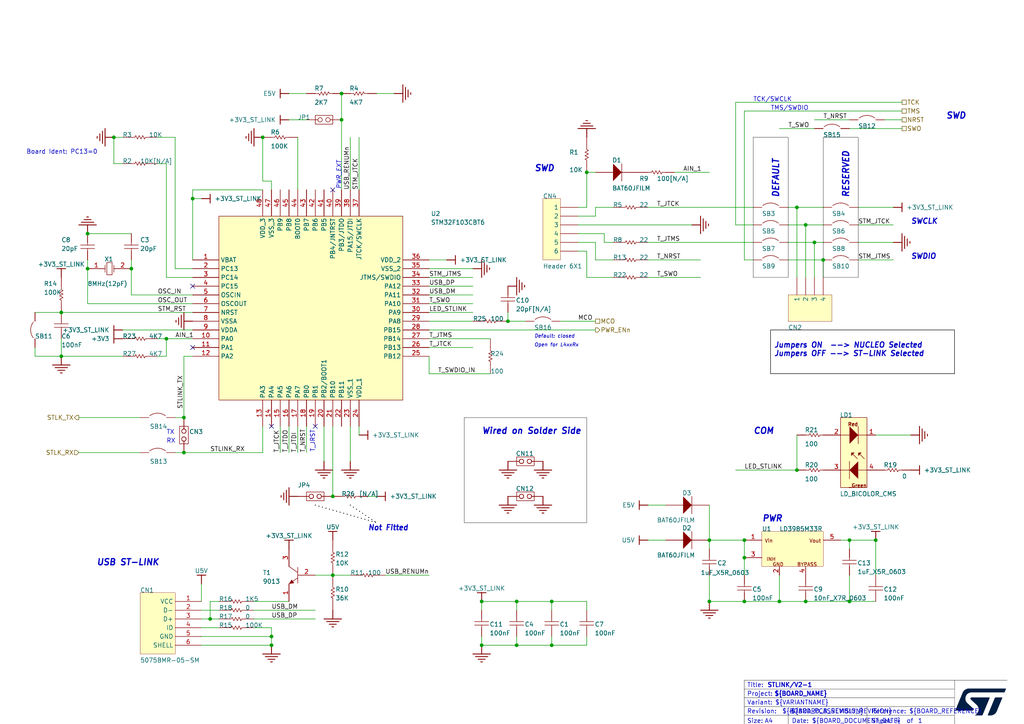
<source format=kicad_sch>
(kicad_sch (version 20250114) (generator "eeschema") (generator_version "9.0")
  (paper "A4")
  (title_block (title "STLINK/V2-1") (rev "C.3"))
  (lib_symbols
    (symbol "ST_LINK_V2-1-altium-import:+3V3_BAR" (power)
      (property "Value" "+3V3" (at 0 -3.81 0))
      (symbol "+3V3_BAR_0_0"
        (pin power_in line (at 0 0 0) (length 0) (hide yes) (name "+3V3") (number ""))
      )
    )
    (symbol "ST_LINK_V2-1-altium-import:+3V3_ST_LINK_BAR" (power)
      (property "Value" "+3V3_ST_LINK" (at 0 -3.81 0))
      (symbol "+3V3_ST_LINK_BAR_0_0"
        (pin power_in line (at 0 0 0) (length 0) (hide yes) (name "+3V3_ST_LINK") (number ""))
      )
    )
    (symbol "ST_LINK_V2-1-altium-import:E5V_BAR" (power)
      (property "Value" "E5V" (at 0 -3.81 0))
      (symbol "E5V_BAR_0_0"
        (pin power_in line (at 0 0 0) (length 0) (hide yes) (name "E5V") (number ""))
      )
    )
    (symbol "ST_LINK_V2-1-altium-import:GND_POWER_GROUND" (power)
      (property "Value" "GND" (at 0 -6.35 0))
      (symbol "GND_POWER_GROUND_0_0"
        (pin power_in line (at 0 0 0) (length 0) (hide yes) (name "GND") (number ""))
      )
    )
    (symbol "ST_LINK_V2-1-altium-import:U5V_BAR" (power)
      (property "Value" "U5V" (at 0 -3.81 0))
      (symbol "U5V_BAR_0_0"
        (pin power_in line (at 0 0 0) (length 0) (hide yes) (name "U5V") (number ""))
      )
    )
    (symbol "ST_LINK_V2-1-altium-import:root_0_BAT60JFILM_MCD_TOOLS.SchLib" (pin_numbers (hide yes)) (pin_names (hide yes))
      (symbol "root_0_BAT60JFILM_MCD_TOOLS.SchLib_1_0"
        (pin passive line (at -5.08 -2.54 0) (length 5.08) (name "A") (number "1"))
        (pin passive line (at 7.62 -2.54 180) (length 5.08) (name "K") (number "2"))
      )
    )
    (symbol "ST_LINK_V2-1-altium-import:root_0_Circuit Breaker_MB915.SCHLIB" (pin_numbers (hide yes)) (pin_names (hide yes))
      (symbol "root_0_Circuit Breaker_MB915.SCHLIB_1_0"
        (pin passive line (at -2.54 -2.54 0) (length 2.54) (name "1") (number "1"))
        (pin passive line (at 7.62 -2.54 180) (length 2.54) (name "2") (number "2"))
      )
    )
    (symbol "ST_LINK_V2-1-altium-import:root_0_Circuit Breaker_MCD_TOOLS.SCHLIB" (pin_numbers (hide yes)) (pin_names (hide yes))
      (symbol "root_0_Circuit Breaker_MCD_TOOLS.SCHLIB_1_0"
        (pin passive line (at -2.54 -2.54 0) (length 2.54) (name "1") (number "1"))
        (pin passive line (at 7.62 -2.54 180) (length 2.54) (name "2") (number "2"))
      )
    )
    (symbol "ST_LINK_V2-1-altium-import:root_0_JP2_*" (pin_numbers (hide yes)) (pin_names (hide yes))
      (symbol "root_0_JP2_*_1_0"
        (pin passive inverted (at -5.08 0 0) (length 4.572) (name "COMMON") (number "1"))
        (pin passive inverted (at 5.08 0 180) (length 4.572) (name "NO") (number "2"))
      )
    )
    (symbol "ST_LINK_V2-1-altium-import:root_0_LD3985M33R_MCD_TOOLS.SchLib" (pin_names (hide yes))
      (symbol "root_0_LD3985M33R_MCD_TOOLS.SchLib_1_0"
        (text "Vin" (at -6.858 -0.762 0) (effects (font (size 1.016 1.016)) (justify left bottom)))
        (text "INH" (at -6.35 -6.096 0) (effects (font (size 1.016 1.016)) (justify left bottom)))
        (text "GND" (at -4.572 -7.62 0) (effects (font (size 1.016 1.016)) (justify left bottom)))
        (text "BYPASS" (at 2.54 -7.62 0) (effects (font (size 1.016 1.016)) (justify left bottom)))
        (text "Vout" (at 6.096 -0.762 0) (effects (font (size 1.016 1.016)) (justify left bottom)))
        (pin passive line (at -12.7 0 0) (length 5.08) (name "Vin") (number "1"))
        (pin passive line (at -12.7 -5.08 0) (length 5.08) (name "CE") (number "3"))
        (pin passive line (at -2.54 -10.16 90) (length 2.54) (name "GND") (number "2"))
        (pin passive line (at 5.08 -10.16 90) (length 2.54) (name "BYPASS") (number "4"))
        (pin passive line (at 15.24 0 180) (length 5.08) (name "Vout") (number "5"))
      )
    )
    (symbol "ST_LINK_V2-1-altium-import:root_0_Res1_Miscellaneous Devices.IntLib" (pin_numbers (hide yes)) (pin_names (hide yes))
      (symbol "root_0_Res1_Miscellaneous Devices.IntLib_1_0"
        (pin passive line (at -2.54 -2.54 0) (length 2.54) (name "1") (number "1"))
        (pin passive line (at 7.62 -2.54 180) (length 2.54) (name "2") (number "2"))
      )
    )
    (symbol "ST_LINK_V2-1-altium-import:root_0_STM32F103CBT6_Nucleo_64.SCHLIB"
      (symbol "root_0_STM32F103CBT6_Nucleo_64.SCHLIB_1_0"
        (pin power_in line (at -7.62 -12.7 0) (length 7.62) (name "VBAT") (number "1"))
        (pin bidirectional line (at -7.62 -15.24 0) (length 7.62) (name "PC13") (number "2"))
        (pin bidirectional line (at -7.62 -17.78 0) (length 7.62) (name "PC14") (number "3"))
        (pin bidirectional line (at -7.62 -20.32 0) (length 7.62) (name "PC15") (number "4"))
        (pin input line (at -7.62 -22.86 0) (length 7.62) (name "OSCIN") (number "5"))
        (pin output line (at -7.62 -25.4 0) (length 7.62) (name "OSCOUT") (number "6"))
        (pin input line (at -7.62 -27.94 0) (length 7.62) (name "NRST") (number "7"))
        (pin power_in line (at -7.62 -30.48 0) (length 7.62) (name "VSSA") (number "8"))
        (pin power_in line (at -7.62 -33.02 0) (length 7.62) (name "VDDA") (number "9"))
        (pin bidirectional line (at -7.62 -35.56 0) (length 7.62) (name "PA0") (number "10"))
        (pin bidirectional line (at -7.62 -38.1 0) (length 7.62) (name "PA1") (number "11"))
        (pin bidirectional line (at -7.62 -40.64 0) (length 7.62) (name "PA2") (number "12"))
        (pin power_in line (at 12.7 7.62 270) (length 7.62) (name "VDD_3") (number "48"))
        (pin bidirectional line (at 12.7 -60.96 90) (length 7.62) (name "PA3") (number "13"))
        (pin power_in line (at 15.24 7.62 270) (length 7.62) (name "VSS_3") (number "47"))
        (pin bidirectional line (at 15.24 -60.96 90) (length 7.62) (name "PA4") (number "14"))
        (pin bidirectional line (at 17.78 7.62 270) (length 7.62) (name "PB9") (number "46"))
        (pin bidirectional line (at 17.78 -60.96 90) (length 7.62) (name "PA5") (number "15"))
        (pin bidirectional line (at 20.32 7.62 270) (length 7.62) (name "PB8") (number "45"))
        (pin bidirectional line (at 20.32 -60.96 90) (length 7.62) (name "PA6") (number "16"))
        (pin bidirectional line (at 22.86 7.62 270) (length 7.62) (name "BOOT0") (number "44"))
        (pin bidirectional line (at 22.86 -60.96 90) (length 7.62) (name "PA7") (number "17"))
        (pin bidirectional line (at 25.4 7.62 270) (length 7.62) (name "PB7") (number "43"))
        (pin bidirectional line (at 25.4 -60.96 90) (length 7.62) (name "PB0") (number "18"))
        (pin bidirectional line (at 27.94 7.62 270) (length 7.62) (name "PB6") (number "42"))
        (pin input line (at 27.94 -60.96 90) (length 7.62) (name "PB1") (number "19"))
        (pin bidirectional line (at 30.48 7.62 270) (length 7.62) (name "PB5") (number "41"))
        (pin bidirectional line (at 30.48 -60.96 90) (length 7.62) (name "PB2/BOOT1") (number "20"))
        (pin bidirectional line (at 33.02 7.62 270) (length 7.62) (name "PB4/JNTRST") (number "40"))
        (pin bidirectional line (at 33.02 -60.96 90) (length 7.62) (name "PB10") (number "21"))
        (pin bidirectional line (at 35.56 7.62 270) (length 7.62) (name "PB3/JTDO") (number "39"))
        (pin bidirectional line (at 35.56 -60.96 90) (length 7.62) (name "PB11") (number "22"))
        (pin bidirectional line (at 38.1 7.62 270) (length 7.62) (name "PA15/JTDI") (number "38"))
        (pin power_in line (at 38.1 -60.96 90) (length 7.62) (name "VSS_1") (number "23"))
        (pin bidirectional line (at 40.64 7.62 270) (length 7.62) (name "JTCK/SWCLK") (number "37"))
        (pin power_in line (at 40.64 -60.96 90) (length 7.62) (name "VDD_1") (number "24"))
        (pin power_in line (at 60.96 -12.7 180) (length 7.62) (name "VDD_2") (number "36"))
        (pin power_in line (at 60.96 -15.24 180) (length 7.62) (name "VSS_2") (number "35"))
        (pin bidirectional line (at 60.96 -17.78 180) (length 7.62) (name "JTMS/SWDIO") (number "34"))
        (pin bidirectional line (at 60.96 -20.32 180) (length 7.62) (name "PA12") (number "33"))
        (pin bidirectional line (at 60.96 -22.86 180) (length 7.62) (name "PA11") (number "32"))
        (pin bidirectional line (at 60.96 -25.4 180) (length 7.62) (name "PA10") (number "31"))
        (pin bidirectional line (at 60.96 -27.94 180) (length 7.62) (name "PA9") (number "30"))
        (pin bidirectional line (at 60.96 -30.48 180) (length 7.62) (name "PA8") (number "29"))
        (pin bidirectional line (at 60.96 -33.02 180) (length 7.62) (name "PB15") (number "28"))
        (pin bidirectional line (at 60.96 -35.56 180) (length 7.62) (name "PB14") (number "27"))
        (pin bidirectional line (at 60.96 -38.1 180) (length 7.62) (name "PB13") (number "26"))
        (pin bidirectional line (at 60.96 -40.64 180) (length 7.62) (name "PB12") (number "25"))
      )
    )
    (symbol "ST_LINK_V2-1-altium-import:root_0_USB-MINI-typeB connector_MCD_TOOLS.SchLib_0"
      (symbol "root_0_USB-MINI-typeB connector_MCD_TOOLS.SchLib_0_1_0"
        (pin power_in line (at 17.78 -2.54 180) (length 7.62) (name "VCC") (number "1"))
        (pin bidirectional line (at 17.78 -5.08 180) (length 7.62) (name "D-") (number "2"))
        (pin bidirectional line (at 17.78 -7.62 180) (length 7.62) (name "D+") (number "3"))
        (pin input line (at 17.78 -10.16 180) (length 7.62) (name "ID") (number "4"))
        (pin power_in line (at 17.78 -12.7 180) (length 7.62) (name "GND") (number "5"))
        (pin power_in line (at 17.78 -15.24 180) (length 7.62) (name "SHELL") (number "6"))
      )
    )
    (symbol "ST_LINK_V2-1-altium-import:root_0_XTAL_MB963_1.SCHLIB_0" (pin_names (hide yes))
      (symbol "root_0_XTAL_MB963_1.SCHLIB_0_1_0"
        (pin passive line (at -5.08 -2.54 0) (length 5.08) (name "OSC1") (number "1"))
        (pin passive line (at 7.62 -2.54 180) (length 5.08) (name "OSC2") (number "2"))
      )
    )
    (symbol "ST_LINK_V2-1-altium-import:root_0_mirrored_Header 6X1_Nucleo_64.SCHLIB" (pin_numbers (hide yes))
      (symbol "root_0_mirrored_Header 6X1_Nucleo_64.SCHLIB_1_0"
        (pin passive line (at 5.08 -2.54 180) (length 5.08) (name "1") (number "1"))
        (pin passive line (at 5.08 -5.08 180) (length 5.08) (name "2") (number "2"))
        (pin passive line (at 5.08 -7.62 180) (length 5.08) (name "3") (number "3"))
        (pin passive line (at 5.08 -10.16 180) (length 5.08) (name "4") (number "4"))
        (pin passive line (at 5.08 -12.7 180) (length 5.08) (name "5") (number "5"))
        (pin passive line (at 5.08 -15.24 180) (length 5.08) (name "6") (number "6"))
      )
    )
    (symbol "ST_LINK_V2-1-altium-import:root_0_mirrored_LD_BICOLOR_CMS_MB1136.SCHLIB" (pin_names (hide yes))
      (symbol "root_0_mirrored_LD_BICOLOR_CMS_MB1136.SCHLIB_1_0"
        (text "Red" (at -2.54 5.08 0) (effects (font (size 1.016 1.016) (thickness 0.2032) (bold yes)) (justify right bottom)))
        (text "_Green" (at 0 -12.7 0) (effects (font (size 1.016 1.016) (thickness 0.2032) (bold yes)) (justify right bottom)))
        (pin passive line (at -10.16 2.54 0) (length 2.54) (name "2") (number "2"))
        (pin passive line (at -10.16 -7.62 0) (length 2.54) (name "3") (number "3"))
        (pin passive line (at 2.54 2.54 180) (length 2.54) (name "1") (number "1"))
        (pin passive line (at 2.54 -7.62 180) (length 2.54) (name "4") (number "4"))
      )
    )
    (symbol "ST_LINK_V2-1-altium-import:root_0_mirrored_NPN_Miscellaneous Devices.IntLib" (pin_names (hide yes))
      (symbol "root_0_mirrored_NPN_Miscellaneous Devices.IntLib_1_0"
        (pin passive line (at -2.54 5.08 270) (length 5.08) (name "C") (number "3"))
        (pin passive line (at -2.54 -10.16 90) (length 5.08) (name "E") (number "1"))
        (pin passive line (at 5.08 -2.54 180) (length 5.08) (name "B") (number "2"))
      )
    )
    (symbol "ST_LINK_V2-1-altium-import:root_0_mirrored_Res1_Miscellaneous Devices.IntLib_0" (pin_numbers (hide yes)) (pin_names (hide yes))
      (symbol "root_0_mirrored_Res1_Miscellaneous Devices.IntLib_0_1_0"
        (pin passive line (at -2.54 2.54 0) (length 2.54) (name "1") (number "1"))
        (pin passive line (at 7.62 2.54 180) (length 2.54) (name "2") (number "2"))
      )
    )
    (symbol "ST_LINK_V2-1-altium-import:root_1_CAP SMD 0603  X5R 1µF 25V 10%_MB963_1.SCHLIB" (pin_numbers (hide yes)) (pin_names (hide yes))
      (symbol "root_1_CAP SMD 0603  X5R 1µF 25V 10%_MB963_1.SCHLIB_1_0"
        (pin passive line (at 0 7.62 270) (length 2.54) (name "2") (number "2"))
        (pin passive line (at 0 0 90) (length 2.54) (name "1") (number "1"))
      )
    )
    (symbol "ST_LINK_V2-1-altium-import:root_1_CAP SMD 0603  X7R 10000PF 50V 10%_MB963_1.SCHLIB" (pin_numbers (hide yes)) (pin_names (hide yes))
      (symbol "root_1_CAP SMD 0603  X7R 10000PF 50V 10%_MB963_1.SCHLIB_1_0"
        (pin passive line (at 0 7.62 270) (length 2.54) (name "2") (number "2"))
        (pin passive line (at 0 0 90) (length 2.54) (name "1") (number "1"))
      )
    )
    (symbol "ST_LINK_V2-1-altium-import:root_1_Capacitor_ST_MCD_TOOLS.SchLib" (pin_numbers (hide yes)) (pin_names (hide yes))
      (symbol "root_1_Capacitor_ST_MCD_TOOLS.SchLib_1_0"
        (pin passive line (at 2.54 5.08 270) (length 2.54) (name "2") (number "2"))
        (pin passive line (at 2.54 -2.54 90) (length 2.54) (name "1") (number "1"))
      )
    )
    (symbol "ST_LINK_V2-1-altium-import:root_1_Circuit Breaker_MB915.SCHLIB" (pin_numbers (hide yes)) (pin_names (hide yes))
      (symbol "root_1_Circuit Breaker_MB915.SCHLIB_1_0"
        (pin passive line (at 2.54 7.62 270) (length 2.54) (name "2") (number "2"))
        (pin passive line (at 2.54 -2.54 90) (length 2.54) (name "1") (number "1"))
      )
    )
    (symbol "ST_LINK_V2-1-altium-import:root_1_JP2_MCD_TOOLS.SchLib" (pin_numbers (hide yes)) (pin_names (hide yes))
      (symbol "root_1_JP2_MCD_TOOLS.SchLib_1_0"
        (pin passive inverted (at 0 5.08 270) (length 4.572) (name "NO") (number "2"))
        (pin passive inverted (at 0 -5.08 90) (length 4.572) (name "COMMON") (number "1"))
      )
    )
    (symbol "ST_LINK_V2-1-altium-import:root_1_Res1_Miscellaneous Devices.IntLib" (pin_numbers (hide yes)) (pin_names (hide yes))
      (symbol "root_1_Res1_Miscellaneous Devices.IntLib_1_0"
        (pin passive line (at 2.54 7.62 270) (length 2.54) (name "2") (number "2"))
        (pin passive line (at 2.54 -2.54 90) (length 2.54) (name "1") (number "1"))
      )
    )
    (symbol "ST_LINK_V2-1-altium-import:root_1_Res1_Miscellaneous Devices.IntLib_0" (pin_numbers (hide yes)) (pin_names (hide yes))
      (symbol "root_1_Res1_Miscellaneous Devices.IntLib_0_1_0"
        (pin passive line (at 2.54 7.62 270) (length 2.54) (name "2") (number "2"))
        (pin passive line (at 2.54 -2.54 90) (length 2.54) (name "1") (number "1"))
      )
    )
    (symbol "ST_LINK_V2-1-altium-import:root_2_Res1_Miscellaneous Devices.IntLib_0" (pin_numbers (hide yes)) (pin_names (hide yes))
      (symbol "root_2_Res1_Miscellaneous Devices.IntLib_0_1_0"
        (pin passive line (at -7.62 2.54 0) (length 2.54) (name "2") (number "2"))
        (pin passive line (at 2.54 2.54 180) (length 2.54) (name "1") (number "1"))
      )
    )
    (symbol "ST_LINK_V2-1-altium-import:root_3_CAP SMD 0603  X5R 1µF 25V 10%_MB963_1.SCHLIB" (pin_numbers (hide yes)) (pin_names (hide yes))
      (symbol "root_3_CAP SMD 0603  X5R 1µF 25V 10%_MB963_1.SCHLIB_1_0"
        (pin passive line (at 0 0 270) (length 2.54) (name "1") (number "1"))
        (pin passive line (at 0 -7.62 90) (length 2.54) (name "2") (number "2"))
      )
    )
    (symbol "ST_LINK_V2-1-altium-import:root_3_mirrored_Header 4_Nucleo_64.SCHLIB" (pin_numbers (hide yes))
      (symbol "root_3_mirrored_Header 4_Nucleo_64.SCHLIB_1_0"
        (pin passive line (at 2.54 5.08 270) (length 5.08) (name "1") (number "1"))
        (pin passive line (at 5.08 5.08 270) (length 5.08) (name "2") (number "2"))
        (pin passive line (at 7.62 5.08 270) (length 5.08) (name "3") (number "3"))
        (pin passive line (at 10.16 5.08 270) (length 5.08) (name "4") (number "4"))
      )
    )
  )
  (rectangle (start 228.6 39.8272) (end 218.44 80.4672) (stroke (width 0.0254) (color 0 0 0 1)))
  (rectangle (start 248.92 39.8272) (end 238.76 80.4672) (stroke (width 0.0254) (color 0 0 0 1)))
  (rectangle (start 170.18 121.1072) (end 134.62 151.5872) (stroke (width 0.0254) (color 0 0 0 1)))
  (text "A4" (at 221.742 210.0072 0) (effects (font (size 1.27 1.27)) (justify left bottom)))
  (text "${##}" (at 266.192 210.0072 0) (effects (font (size 1.27 1.27)) (justify left bottom)))
  (text "Reference:" (at 252.73 207.2132 0) (effects (font (size 1.27 1.27)) (justify left bottom)))
  (text "${BOARD_REFERENCE}" (at 263.652 207.2132 0) (effects (font (size 1.27 1.27)) (justify left bottom)))
  (text "Title:" (at 216.662 199.5932 0) (effects (font (size 1.27 1.27)) (justify left bottom)))
  (text "SWDIO" (at 264.16 75.3872 0) (effects (font (size 1.524 1.524) (thickness 0.3048) (bold yes) (italic yes)) (justify left bottom)))
  (text "Project:" (at 216.662 202.1332 0) (effects (font (size 1.27 1.27)) (justify left bottom)))
  (text "${BOARD_ASSEMBLY_REVISION}" (at 229.362 207.2132 0) (effects (font (size 1.27 1.27)) (justify left bottom)))
  (text "PWR" (at 220.98 151.5872 0) (effects (font (size 1.778 1.778) (thickness 0.3556) (bold yes) (italic yes)) (justify left bottom)))
  (text "PWR_EXT" (at 99.06 55.0672 90) (effects (font (size 1.27 1.27) (italic yes)) (justify left bottom)))
  (text "${BOARD_DOCUMENT_DATE}" (at 235.458 210.0072 0) (effects (font (size 1.27 1.27)) (justify left bottom)))
  (text "USB ST-LINK" (at 27.94 164.2872 0) (effects (font (size 1.778 1.778) (thickness 0.3556) (bold yes) (italic yes)) (justify left bottom)))
  (text "T_JRST" (at 91.44 131.2672 90) (effects (font (size 1.27 1.27)) (justify left bottom)))
  (text "RX" (at 48.26 128.7272 0) (effects (font (size 1.27 1.27)) (justify left bottom)))
  (text "of" (at 262.89 210.0072 0) (effects (font (size 1.27 1.27)) (justify left bottom)))
  (text "Board Ident: PC13=0" (at 7.62 44.9072 0) (effects (font (size 1.27 1.27)) (justify left bottom)))
  (text "${BOARD_NAME}" (at 224.536 202.1332 0) (effects (font (size 1.27 1.27) (thickness 0.254) (bold yes)) (justify left bottom)))
  (text "Default: closed" (at 154.94 98.2472 0) (effects (font (size 1.016 1.016) (italic yes)) (justify left bottom)))
  (text "TCK/SWCLK" (at 218.44 29.6672 0) (effects (font (size 1.27 1.27)) (justify left bottom)))
  (text "TX" (at 48.26 126.1872 0) (effects (font (size 1.27 1.27)) (justify left bottom)))
  (text "DEFAULT" (at 226.06 57.6072 90) (effects (font (size 1.778 1.778) (thickness 0.3556) (bold yes) (italic yes)) (justify left bottom)))
  (text "Wired on Solder Side" (at 139.7 126.1872 0) (effects (font (size 1.778 1.778) (thickness 0.3556) (bold yes) (italic yes)) (justify left bottom)))
  (text "TMS/SWDIO" (at 223.52 32.2072 0) (effects (font (size 1.27 1.27)) (justify left bottom)))
  (text "Not Fitted" (at 106.68 154.1272 0) (effects (font (size 1.524 1.524) (thickness 0.3048) (bold yes) (italic yes)) (justify left bottom)))
  (text "SWCLK" (at 264.16 65.2272 0) (effects (font (size 1.524 1.524) (thickness 0.3048) (bold yes) (italic yes)) (justify left bottom)))
  (text "Open for L4xxRx" (at 154.94 100.7872 0) (effects (font (size 1.016 1.016) (italic yes)) (justify left bottom)))
  (text "-" (at 228.6 207.2132 0) (effects (font (size 1.27 1.27)) (justify left bottom)))
  (text "SWD" (at 154.94 49.9872 0) (effects (font (size 1.778 1.778) (thickness 0.3556) (bold yes) (italic yes)) (justify left bottom)))
  (text "RESERVED" (at 246.38 57.6072 90) (effects (font (size 1.778 1.778) (thickness 0.3556) (bold yes) (italic yes)) (justify left bottom)))
  (text "COM" (at 218.44 126.1872 0) (effects (font (size 1.778 1.778) (thickness 0.3556) (bold yes) (italic yes)) (justify left bottom)))
  (text "Date:" (at 229.616 210.0072 0) (effects (font (size 1.27 1.27)) (justify left bottom)))
  (text "Variant:" (at 216.662 204.6732 0) (effects (font (size 1.27 1.27)) (justify left bottom)))
  (text "SWD" (at 274.32 34.7472 0) (effects (font (size 1.778 1.778) (thickness 0.3556) (bold yes) (italic yes)) (justify left bottom)))
  (text "${TITLE}" (at 222.504 199.5932 0) (effects (font (size 1.27 1.27) (thickness 0.254) (bold yes)) (justify left bottom)))
  (text "${#}" (at 259.588 210.0072 0) (effects (font (size 1.27 1.27)) (justify left bottom)))
  (text "Sheet:" (at 252.73 210.0072 0) (effects (font (size 1.27 1.27)) (justify left bottom)))
  (text "Revision:" (at 216.662 207.2132 0) (effects (font (size 1.27 1.27)) (justify left bottom)))
  (text "Size:" (at 216.662 210.0072 0) (effects (font (size 1.27 1.27)) (justify left bottom)))
  (text "" (at 132.08 75.3872 0) (effects (font (size 1.27 1.27) (italic yes)) (justify left bottom)))
  (text "${BOARD_PCB_REVISION}" (at 226.822 207.2132 0) (effects (font (size 1.27 1.27)) (justify left bottom)))
  (text "${VARIANTNAME}" (at 224.79 204.6732 0) (effects (font (size 1.27 1.27)) (justify left bottom)))
  (text_box "\nJumpers ON  --> NUCLEO Selected\nJumpers OFF --> ST-LINK Selected" (at 276.86 95.7072 0) (size -53.34 12.7) (margins 0.9525 0.9525 0.9525 0.9525) (stroke (width 0) (color 0 0 0 1)) (fill (type color) (color 255 255 255 1)) (effects (font (size 1.524 1.524) (thickness 0.3048) (bold yes) (italic yes)) (justify left top)))
  (junction (at 96.52 143.9672))
  (junction (at 139.7 174.4472))
  (junction (at 38.1 77.9272))
  (junction (at 149.86 174.4472))
  (junction (at 76.2 39.8272))
  (junction (at 17.78 103.3272))
  (junction (at 231.14 60.1472))
  (junction (at 160.02 187.1472))
  (junction (at 78.74 184.6072))
  (junction (at 139.7 187.1472))
  (junction (at 170.18 49.9872))
  (junction (at 147.32 93.1672))
  (junction (at 53.34 121.1072))
  (junction (at 160.02 174.4472))
  (junction (at 25.4 67.7672))
  (junction (at 236.22 70.3072))
  (junction (at 233.68 174.4472))
  (junction (at 60.96 179.5272))
  (junction (at 246.38 156.6672))
  (junction (at 149.86 187.1472))
  (junction (at 99.06 27.1272))
  (junction (at 205.74 156.6672))
  (junction (at 205.74 174.4472))
  (junction (at 215.9 174.4472))
  (junction (at 55.88 57.6072))
  (junction (at 78.74 187.1472))
  (junction (at 96.52 166.8272))
  (junction (at 48.26 98.2472))
  (junction (at 53.34 131.2672))
  (junction (at 233.68 65.2272))
  (junction (at 226.06 174.4472))
  (junction (at 238.76 75.3872))
  (junction (at 254 156.6672))
  (junction (at 231.14 136.3472))
  (junction (at 246.38 174.4472))
  (junction (at 17.78 90.6272))
  (junction (at 99.06 34.7472))
  (junction (at 25.4 77.9272))
  (junction (at 215.9 156.6672))
  (junction (at 215.9 161.7472))
  (junction (at 33.02 39.8272))
  (no_connect (at 96.52 55.0672))
  (no_connect (at 78.74 123.6472))
  (no_connect (at 55.88 100.7872))
  (no_connect (at 55.88 83.0072))
  (no_connect (at 91.44 123.6472))
  (wire (pts (xy 233.68 174.4472) (xy 226.06 174.4472)))
  (wire (pts (xy 111.76 166.8272) (xy 124.46 166.8272)))
  (wire (pts (xy 55.88 77.9272) (xy 50.8 77.9272)))
  (wire (pts (xy 101.6 55.0672) (xy 101.6 39.8272)))
  (wire (pts (xy 124.46 98.2472) (xy 142.24 98.2472)))
  (wire (pts (xy 17.78 90.6272) (xy 10.16 90.6272)))
  (wire (pts (xy 231.14 80.4672) (xy 231.14 60.1472)))
  (wire (pts (xy 139.7 176.9872) (xy 139.7 174.4472)))
  (wire (pts (xy 38.1 67.7672) (xy 25.4 67.7672)))
  (wire (pts (xy 109.22 27.1272) (xy 114.3 27.1272)))
  (wire (pts (xy 55.88 85.5472) (xy 38.1 85.5472)))
  (wire (pts (xy 213.36 65.2272) (xy 213.36 29.6672)))
  (wire (pts (xy 167.64 65.2272) (xy 200.66 65.2272)))
  (wire (pts (xy 215.9 174.4472) (xy 205.74 174.4472)))
  (wire (pts (xy 48.26 47.4472) (xy 45.72 47.4472)))
  (wire (pts (xy 124.46 100.7872) (xy 137.16 100.7872)))
  (wire (pts (xy 246.38 174.4472) (xy 233.68 174.4472)))
  (wire (pts (xy 205.74 146.5072) (xy 205.74 156.6672)))
  (wire (pts (xy 88.9 123.6472) (xy 88.9 131.2672)))
  (wire (pts (xy 218.44 65.2272) (xy 213.36 65.2272)))
  (wire (pts (xy 215.9 156.6672) (xy 205.74 156.6672)))
  (wire (pts (xy 76.2 131.2672) (xy 76.2 123.6472)))
  (wire (pts (xy 78.74 184.6072) (xy 78.74 182.0672)))
  (wire (pts (xy 246.38 156.6672) (xy 246.38 159.2072)))
  (wire (pts (xy 160.02 174.4472) (xy 170.18 174.4472)))
  (wire (pts (xy 215.9 161.7472) (xy 215.9 156.6672)))
  (wire (pts (xy 149.86 187.1472) (xy 139.7 187.1472)))
  (wire (pts (xy 124.46 83.0072) (xy 137.16 83.0072)))
  (polyline (pts (xy 276.86 199.8472) (xy 215.9 199.8472)) (stroke (width 0.0254) (type solid) (color 0 0 0 1)))
  (wire (pts (xy 254 166.8272) (xy 254 156.6672)))
  (polyline (pts (xy 91.44 146.5072) (xy 109.22 151.5872)) (stroke (width 0.254) (type dot) (color 0 0 0 1)))
  (wire (pts (xy 48.26 103.3272) (xy 48.26 98.2472)))
  (wire (pts (xy 88.9 34.7472) (xy 83.82 34.7472)))
  (wire (pts (xy 25.4 88.0872) (xy 25.4 77.9272)))
  (wire (pts (xy 86.36 123.6472) (xy 86.36 131.2672)))
  (wire (pts (xy 60.96 179.5272) (xy 63.5 179.5272)))
  (wire (pts (xy 177.8 80.4672) (xy 170.18 80.4672)))
  (wire (pts (xy 177.8 75.3872) (xy 172.72 75.3872)))
  (wire (pts (xy 83.82 123.6472) (xy 83.82 131.2672)))
  (wire (pts (xy 246.38 156.6672) (xy 243.84 156.6672)))
  (polyline (pts (xy 215.9 202.3872) (xy 276.86 202.3872)) (stroke (width 0.0254) (type solid) (color 0 0 0 1)))
  (wire (pts (xy 17.78 103.3272) (xy 35.56 103.3272)))
  (wire (pts (xy 78.74 55.0672) (xy 78.74 52.5272)))
  (wire (pts (xy 124.46 85.5472) (xy 137.16 85.5472)))
  (wire (pts (xy 50.8 39.8272) (xy 45.72 39.8272)))
  (wire (pts (xy 246.38 166.8272) (xy 246.38 174.4472)))
  (polyline (pts (xy 251.46 204.9272) (xy 251.46 210.0072)) (stroke (width 0.0254) (type solid) (color 0 0 0 1)))
  (wire (pts (xy 215.9 32.2072) (xy 261.62 32.2072)))
  (wire (pts (xy 53.34 131.2672) (xy 76.2 131.2672)))
  (wire (pts (xy 35.56 39.8272) (xy 33.02 39.8272)))
  (wire (pts (xy 236.22 70.3072) (xy 236.22 80.4672)))
  (wire (pts (xy 96.52 166.8272) (xy 91.44 166.8272)))
  (wire (pts (xy 86.36 55.0672) (xy 86.36 39.8272)))
  (wire (pts (xy 109.22 143.9672) (xy 106.68 143.9672)))
  (wire (pts (xy 231.14 60.1472) (xy 228.6 60.1472)))
  (wire (pts (xy 193.04 146.5072) (xy 187.96 146.5072)))
  (wire (pts (xy 170.18 60.1472) (xy 167.64 60.1472)))
  (wire (pts (xy 172.72 70.3072) (xy 167.64 70.3072)))
  (wire (pts (xy 231.14 136.3472) (xy 213.36 136.3472)))
  (wire (pts (xy 147.32 90.6272) (xy 147.32 93.1672)))
  (wire (pts (xy 124.46 80.4672) (xy 137.16 80.4672)))
  (wire (pts (xy 124.46 95.7072) (xy 172.72 95.7072)))
  (wire (pts (xy 73.66 176.9872) (xy 91.44 176.9872)))
  (wire (pts (xy 147.32 93.1672) (xy 152.4 93.1672)))
  (wire (pts (xy 233.68 65.2272) (xy 238.76 65.2272)))
  (wire (pts (xy 139.7 187.1472) (xy 139.7 184.6072)))
  (wire (pts (xy 187.96 75.3872) (xy 203.2 75.3872)))
  (wire (pts (xy 124.46 103.3272) (xy 124.46 108.4072)))
  (polyline (pts (xy 228.6 207.4672) (xy 228.6 210.0072)) (stroke (width 0.0254) (type solid) (color 0 0 0 1)))
  (wire (pts (xy 149.86 184.6072) (xy 149.86 187.1472)))
  (wire (pts (xy 139.7 174.4472) (xy 149.86 174.4472)))
  (wire (pts (xy 236.22 34.7472) (xy 246.38 34.7472)))
  (wire (pts (xy 218.44 70.3072) (xy 187.96 70.3072)))
  (wire (pts (xy 33.02 47.4472) (xy 35.56 47.4472)))
  (wire (pts (xy 38.1 85.5472) (xy 38.1 77.9272)))
  (wire (pts (xy 55.88 88.0872) (xy 25.4 88.0872)))
  (wire (pts (xy 175.26 67.7672) (xy 175.26 70.3072)))
  (wire (pts (xy 226.06 174.4472) (xy 215.9 174.4472)))
  (wire (pts (xy 58.42 187.1472) (xy 78.74 187.1472)))
  (wire (pts (xy 228.6 65.2272) (xy 233.68 65.2272)))
  (wire (pts (xy 73.66 179.5272) (xy 91.44 179.5272)))
  (wire (pts (xy 58.42 57.6072) (xy 55.88 57.6072)))
  (wire (pts (xy 172.72 75.3872) (xy 172.72 70.3072)))
  (wire (pts (xy 203.2 80.4672) (xy 187.96 80.4672)))
  (wire (pts (xy 81.28 123.6472) (xy 81.28 131.2672)))
  (wire (pts (xy 96.52 123.6472) (xy 96.52 143.9672)))
  (wire (pts (xy 215.9 166.8272) (xy 215.9 161.7472)))
  (wire (pts (xy 78.74 52.5272) (xy 76.2 52.5272)))
  (wire (pts (xy 231.14 126.1872) (xy 231.14 136.3472)))
  (wire (pts (xy 124.46 75.3872) (xy 129.54 75.3872)))
  (wire (pts (xy 254 174.4472) (xy 246.38 174.4472)))
  (wire (pts (xy 137.16 77.9272) (xy 124.46 77.9272)))
  (wire (pts (xy 264.16 126.1872) (xy 254 126.1872)))
  (wire (pts (xy 55.88 90.6272) (xy 17.78 90.6272)))
  (wire (pts (xy 170.18 174.4472) (xy 170.18 176.9872)))
  (wire (pts (xy 58.42 182.0672) (xy 63.5 182.0672)))
  (wire (pts (xy 48.26 98.2472) (xy 55.88 98.2472)))
  (polyline (pts (xy 101.6 146.5072) (xy 109.22 151.5872)) (stroke (width 0.254) (type dot) (color 0 0 0 1)))
  (wire (pts (xy 104.14 123.6472) (xy 104.14 126.1872)))
  (polyline (pts (xy 215.9 204.9272) (xy 276.86 204.9272)) (stroke (width 0.0254) (type solid) (color 0 0 0 1)))
  (wire (pts (xy 50.8 77.9272) (xy 50.8 39.8272)))
  (wire (pts (xy 226.06 37.2872) (xy 236.22 37.2872)))
  (wire (pts (xy 137.16 88.0872) (xy 124.46 88.0872)))
  (wire (pts (xy 248.92 70.3072) (xy 259.08 70.3072)))
  (wire (pts (xy 254 156.6672) (xy 246.38 156.6672)))
  (wire (pts (xy 10.16 103.3272) (xy 10.16 100.7872)))
  (wire (pts (xy 162.56 93.1672) (xy 172.72 93.1672)))
  (wire (pts (xy 25.4 77.9272) (xy 25.4 75.3872)))
  (wire (pts (xy 58.42 176.9872) (xy 63.5 176.9872)))
  (wire (pts (xy 55.88 95.7072) (xy 35.56 95.7072)))
  (wire (pts (xy 177.8 60.1472) (xy 172.72 60.1472)))
  (wire (pts (xy 248.92 65.2272) (xy 259.08 65.2272)))
  (wire (pts (xy 248.92 60.1472) (xy 259.08 60.1472)))
  (wire (pts (xy 160.02 187.1472) (xy 149.86 187.1472)))
  (wire (pts (xy 55.88 57.6072) (xy 55.88 75.3872)))
  (wire (pts (xy 205.74 49.9872) (xy 195.58 49.9872)))
  (wire (pts (xy 193.04 156.6672) (xy 187.96 156.6672)))
  (wire (pts (xy 17.78 103.3272) (xy 10.16 103.3272)))
  (wire (pts (xy 205.74 156.6672) (xy 205.74 159.2072)))
  (wire (pts (xy 218.44 75.3872) (xy 215.9 75.3872)))
  (wire (pts (xy 76.2 55.0672) (xy 55.88 55.0672)))
  (wire (pts (xy 175.26 70.3072) (xy 177.8 70.3072)))
  (wire (pts (xy 124.46 108.4072) (xy 142.24 108.4072)))
  (wire (pts (xy 38.1 77.9272) (xy 38.1 75.3872)))
  (wire (pts (xy 83.82 27.1272) (xy 88.9 27.1272)))
  (wire (pts (xy 231.14 60.1472) (xy 238.76 60.1472)))
  (wire (pts (xy 170.18 184.6072) (xy 170.18 187.1472)))
  (wire (pts (xy 58.42 184.6072) (xy 78.74 184.6072)))
  (wire (pts (xy 160.02 184.6072) (xy 160.02 187.1472)))
  (wire (pts (xy 226.06 166.8272) (xy 226.06 174.4472)))
  (wire (pts (xy 172.72 49.9872) (xy 170.18 49.9872)))
  (wire (pts (xy 124.46 93.1672) (xy 137.16 93.1672)))
  (wire (pts (xy 238.76 75.3872) (xy 228.6 75.3872)))
  (wire (pts (xy 213.36 29.6672) (xy 261.62 29.6672)))
  (wire (pts (xy 17.78 98.2472) (xy 17.78 103.3272)))
  (wire (pts (xy 170.18 49.9872) (xy 170.18 60.1472)))
  (wire (pts (xy 58.42 179.5272) (xy 60.96 179.5272)))
  (wire (pts (xy 101.6 166.8272) (xy 96.52 166.8272)))
  (wire (pts (xy 73.66 174.4472) (xy 83.82 174.4472)))
  (polyline (pts (xy 292.1 197.3072) (xy 215.9 197.3072)) (stroke (width 0.0254) (type solid) (color 0 0 0 1)))
  (wire (pts (xy 60.96 174.4472) (xy 63.5 174.4472)))
  (wire (pts (xy 172.72 62.6872) (xy 167.64 62.6872)))
  (wire (pts (xy 167.64 67.7672) (xy 175.26 67.7672)))
  (polyline (pts (xy 276.86 197.3072) (xy 276.86 210.0072)) (stroke (width 0.0254) (type solid) (color 0 0 0 1)))
  (wire (pts (xy 78.74 182.0672) (xy 73.66 182.0672)))
  (wire (pts (xy 58.42 174.4472) (xy 58.42 169.3672)))
  (wire (pts (xy 104.14 55.0672) (xy 104.14 39.8272)))
  (wire (pts (xy 124.46 90.6272) (xy 137.16 90.6272)))
  (wire (pts (xy 40.64 121.1072) (xy 22.86 121.1072)))
  (wire (pts (xy 93.98 123.6472) (xy 93.98 133.8072)))
  (wire (pts (xy 99.06 55.0672) (xy 99.06 34.7472)))
  (wire (pts (xy 246.38 37.2872) (xy 261.62 37.2872)))
  (wire (pts (xy 45.72 103.3272) (xy 48.26 103.3272)))
  (wire (pts (xy 228.6 70.3072) (xy 236.22 70.3072)))
  (wire (pts (xy 248.92 75.3872) (xy 259.08 75.3872)))
  (wire (pts (xy 53.34 121.1072) (xy 53.34 103.3272)))
  (wire (pts (xy 76.2 52.5272) (xy 76.2 39.8272)))
  (wire (pts (xy 60.96 179.5272) (xy 60.96 174.4472)))
  (wire (pts (xy 236.22 70.3072) (xy 238.76 70.3072)))
  (polyline (pts (xy 215.9 207.4672) (xy 276.86 207.4672)) (stroke (width 0.0254) (type solid) (color 0 0 0 1)))
  (wire (pts (xy 50.8 121.1072) (xy 53.34 121.1072)))
  (wire (pts (xy 50.8 131.2672) (xy 53.34 131.2672)))
  (wire (pts (xy 55.88 80.4672) (xy 48.26 80.4672)))
  (wire (pts (xy 53.34 103.3272) (xy 55.88 103.3272)))
  (wire (pts (xy 149.86 174.4472) (xy 160.02 174.4472)))
  (wire (pts (xy 170.18 80.4672) (xy 170.18 72.8472)))
  (wire (pts (xy 48.26 80.4672) (xy 48.26 47.4472)))
  (wire (pts (xy 256.54 34.7472) (xy 261.62 34.7472)))
  (wire (pts (xy 170.18 72.8472) (xy 167.64 72.8472)))
  (polyline (pts (xy 215.9 197.3072) (xy 215.9 210.0072)) (stroke (width 0.0254) (type solid) (color 0 0 0 1)))
  (wire (pts (xy 238.76 80.4672) (xy 238.76 75.3872)))
  (wire (pts (xy 149.86 174.4472) (xy 149.86 176.9872)))
  (wire (pts (xy 170.18 187.1472) (xy 160.02 187.1472)))
  (wire (pts (xy 48.26 98.2472) (xy 45.72 98.2472)))
  (wire (pts (xy 205.74 174.4472) (xy 205.74 166.8272)))
  (wire (pts (xy 172.72 60.1472) (xy 172.72 62.6872)))
  (wire (pts (xy 55.88 55.0672) (xy 55.88 57.6072)))
  (wire (pts (xy 101.6 123.6472) (xy 101.6 133.8072)))
  (wire (pts (xy 215.9 75.3872) (xy 215.9 32.2072)))
  (wire (pts (xy 218.44 60.1472) (xy 187.96 60.1472)))
  (wire (pts (xy 99.06 34.7472) (xy 99.06 27.1272)))
  (wire (pts (xy 233.68 65.2272) (xy 233.68 80.4672)))
  (wire (pts (xy 160.02 174.4472) (xy 160.02 176.9872)))
  (wire (pts (xy 78.74 187.1472) (xy 78.74 184.6072)))
  (wire (pts (xy 33.02 39.8272) (xy 33.02 47.4472)))
  (wire (pts (xy 40.64 131.2672) (xy 22.86 131.2672)))
  (image (at 284.442 203.6397) (scale 0.173094))
  (label "MCO" (at 167.64 93.1672 0))
  (label "T_SWO" (at 190.5 80.4672 0))
  (label "USB_DM" (at 78.74 176.9872 0))
  (label "STLINK_TX" (at 53.34 118.5672 90))
  (label "LED_STLINK" (at 124.46 90.6272 0))
  (label "T_JTDO" (at 83.82 131.2672 90))
  (label "T_SWO" (at 228.6 37.2872 0))
  (label "AIN_1" (at 198.12 49.9872 0))
  (label "USB_RENUMn" (at 101.6 55.0672 90))
  (label "T_NRST" (at 190.5 75.3872 0))
  (label "T_NRST" (at 88.9 131.2672 90))
  (label "OSC_OUT" (at 45.72 88.0872 0))
  (label "AIN_1" (at 50.8 98.2472 0))
  (label "STLINK_RX" (at 60.96 131.2672 0))
  (label "OSC_IN" (at 45.72 85.5472 0))
  (label "T_JTMS" (at 190.5 70.3072 0))
  (label "T_NRST" (at 238.76 34.7472 0))
  (label "USB_DP" (at 78.74 179.5272 0))
  (label "T_SWDIO_IN" (at 127 108.4072 0))
  (label "LED_STLINK" (at 215.9 136.3472 0))
  (label "USB_RENUMn" (at 111.76 166.8272 0))
  (label "STM_JTMS" (at 248.92 75.3872 0))
  (label "T_JTCK" (at 81.28 131.2672 90))
  (label "STM_JTCK" (at 104.14 55.0672 90))
  (label "T_JTMS" (at 124.46 98.2472 0))
  (label "STM_JTCK" (at 248.92 65.2272 0))
  (label "T_JTDI" (at 86.36 131.2672 90))
  (label "STM_RST" (at 45.72 90.6272 0))
  (label "USB_DM" (at 124.46 85.5472 0))
  (label "STM_JTMS" (at 124.46 80.4672 0))
  (label "T_JTCK" (at 124.46 100.7872 0))
  (label "USB_DP" (at 124.46 83.0072 0))
  (label "T_SWO" (at 124.46 88.0872 0))
  (label "T_JTCK" (at 190.5 60.1472 0))
  (hierarchical_label "TCK" (shape passive) (at 261.62 29.6672 0))
  (hierarchical_label "SWO" (shape passive) (at 261.62 37.2872 0))
  (hierarchical_label "MCO" (shape passive) (at 172.72 93.1672 0))
  (hierarchical_label "PWR_ENn" (shape output) (at 172.72 95.7072 0))
  (hierarchical_label "STLK_TX" (shape output) (at 22.86 121.1072 180))
  (hierarchical_label "STLK_RX" (shape input) (at 22.86 131.2672 180))
  (hierarchical_label "NRST" (shape passive) (at 261.62 34.7472 0))
  (hierarchical_label "TMS" (shape passive) (at 261.62 32.2072 0))
  (symbol (lib_id "ST_LINK_V2-1-altium-import:root_0_mirrored_Res1_Miscellaneous Devices.IntLib_0") (at 91.44 29.6672 0) (unit 1)
    (property "Reference" "R7" (at 91.186 26.3652 0) (effects (justify left bottom)))
    (property "Value" "2K7" (at 91.186 30.4292 0) (effects (justify left bottom)))
    (property "Footprint" "0603R" (effects (hide yes)))
    (property "Description" "Resistor" (effects (hide yes)))
    (property "PUBLISHED" "8-Jun-2000" (effects (hide yes)))
    (property "REVISION" "July-2002: Re-released for DXP Platform." (effects (hide yes)))
    (property "PUBLISHER" "Altium Limited" (effects (hide yes)))
    (property "ALTIUM_VALUE" "1K" (effects (hide yes)))
  )
  (symbol (lib_id "ST_LINK_V2-1-altium-import:root_0_JP2_*") (at 93.98 34.7472 0) (unit 1)
    (property "Reference" "JP1" (at 86.36 34.7472 0) (effects (justify left bottom)))
    (property "Footprint" "SIP2/2.54" (effects (hide yes)))
  )
  (symbol (lib_id "ST_LINK_V2-1-altium-import:GND_POWER_GROUND") (at 55.88 93.1672 270) (unit 1)
    (property "Reference" "#PWR?" (effects (hide yes)))
    (property "Value" "GND" (effects (hide yes)))
  )
  (symbol (lib_id "ST_LINK_V2-1-altium-import:root_0_Circuit Breaker_MB915.SCHLIB") (at 220.98 62.6872 0) (unit 1)
    (property "Reference" "SB5" (at 220.98 67.7672 0) (effects (justify left bottom)))
    (property "Value" "Circuit Breaker" (effects (hide yes)))
    (property "Footprint" "JP2_SMD" (effects (hide yes)))
    (property "Description" "Circuit Breaker" (effects (hide yes)))
    (property "PUBLISHED" "24-Mar-1999" (effects (hide yes)))
    (property "REVISION" "July-2002: Re-released for DXP Platform." (effects (hide yes)))
    (property "PUBLISHER" "Altium Limited" (effects (hide yes)))
    (property "SOLDER" "NO" (effects (hide yes)))
  )
  (symbol (lib_id "ST_LINK_V2-1-altium-import:root_0_Res1_Miscellaneous Devices.IntLib") (at 139.7 90.6272 0) (unit 1)
    (property "Reference" "R25" (at 137.16 93.1672 0) (effects (justify left bottom)))
    (property "Value" "100" (at 142.24 93.1672 0) (effects (justify left bottom)))
    (property "Footprint" "0603R" (effects (hide yes)))
    (property "Description" "Resistor 0402 / 0603 / 0805" (effects (hide yes)))
    (property "ALTIUM_VALUE" "10K" (effects (hide yes)))
  )
  (symbol (lib_id "ST_LINK_V2-1-altium-import:GND_POWER_GROUND") (at 33.02 39.8272 270) (unit 1)
    (property "Reference" "#PWR?" (effects (hide yes)))
    (property "Value" "GND" (effects (hide yes)))
  )
  (symbol (lib_id "ST_LINK_V2-1-altium-import:root_3_CAP SMD 0603  X5R 1µF 25V 10%_MB963_1.SCHLIB") (at 246.38 159.2072 0) (unit 1)
    (property "Reference" "C13" (at 248.666 164.0332 0) (effects (justify left bottom)))
    (property "Value" "1uF_X5R_0603" (at 248.666 166.5732 0) (effects (justify left bottom)))
    (property "Footprint" "0603C" (effects (hide yes)))
    (property "Description" "0603  X5R 1µF" (effects (hide yes)))
    (property "MANUFACTURER" "*" (effects (hide yes)))
    (property "MANUFACTURER P/N" "*" (effects (hide yes)))
    (property "ORDER CODE FARNELL" "1288202RL" (effects (hide yes)))
    (property "ALTIUM_VALUE" "1µF" (effects (hide yes)))
    (property "RATED VOLTAGE" "25V" (effects (hide yes)))
    (property "TOLERANCE" "10%" (effects (hide yes)))
    (property "POWER" "*" (effects (hide yes)))
    (property "TECHNOLOGY" "X5R" (effects (hide yes)))
    (property "TEMPERATURE  FACTOR" "*" (effects (hide yes)))
    (property "TEMPERATURE MAX" "+125°C" (effects (hide yes)))
    (property "TEMPERATURE MIN" "-55°C" (effects (hide yes)))
    (property "STS CODE" "*" (effects (hide yes)))
  )
  (symbol (lib_id "ST_LINK_V2-1-altium-import:root_0_Res1_Miscellaneous Devices.IntLib") (at 78.74 37.2872 0) (unit 1)
    (property "Reference" "R6" (at 78.486 39.0652 0) (effects (justify left bottom)))
    (property "Value" "100K" (at 78.486 43.1292 0) (effects (justify left bottom)))
    (property "Footprint" "0603R" (effects (hide yes)))
    (property "Description" "Resistor 0402 / 0603 / 0805" (effects (hide yes)))
    (property "ALTIUM_VALUE" "10K" (effects (hide yes)))
  )
  (symbol (lib_id "ST_LINK_V2-1-altium-import:GND_POWER_GROUND") (at 170.18 39.8272 180) (unit 1)
    (property "Reference" "#PWR?" (effects (hide yes)))
    (property "Value" "GND" (effects (hide yes)))
  )
  (symbol (lib_id "ST_LINK_V2-1-altium-import:GND_POWER_GROUND") (at 157.48 133.8072 0) (unit 1)
    (property "Reference" "#PWR?" (effects (hide yes)))
    (property "Value" "GND" (effects (hide yes)))
  )
  (symbol (lib_id "ST_LINK_V2-1-altium-import:root_0_Res1_Miscellaneous Devices.IntLib") (at 66.04 179.5272 0) (unit 1)
    (property "Reference" "R15" (at 63.5 182.0672 0) (effects (justify left bottom)))
    (property "Value" "100K" (at 71.12 182.0672 0) (effects (justify left bottom)))
    (property "Footprint" "0603R" (effects (hide yes)))
    (property "Description" "Resistor 0402 / 0603 / 0805" (effects (hide yes)))
    (property "ALTIUM_VALUE" "10K" (effects (hide yes)))
  )
  (symbol (lib_id "ST_LINK_V2-1-altium-import:GND_POWER_GROUND") (at 264.16 126.1872 90) (unit 1)
    (property "Reference" "#PWR?" (effects (hide yes)))
    (property "Value" "GND" (effects (hide yes)))
  )
  (symbol (lib_id "ST_LINK_V2-1-altium-import:+3V3_ST_LINK_BAR") (at 58.42 57.6072 90) (unit 1)
    (property "Reference" "#PWR?" (effects (hide yes)))
    (property "Value" "+3V3_ST_LINK" (at 62.23 57.6072 90) (effects (justify right)))
  )
  (symbol (lib_id "ST_LINK_V2-1-altium-import:root_0_Circuit Breaker_MCD_TOOLS.SCHLIB") (at 154.94 90.6272 0) (unit 1)
    (property "Reference" "SB16" (at 154.94 95.7072 0) (effects (justify left bottom)))
    (property "Value" "Circuit Breaker" (effects (hide yes)))
    (property "Footprint" "JP2_SMD" (effects (hide yes)))
    (property "Description" "Circuit Breaker" (effects (hide yes)))
    (property "PUBLISHED" "24-Mar-1999" (effects (hide yes)))
    (property "REVISION" "July-2002: Re-released for DXP Platform." (effects (hide yes)))
    (property "PUBLISHER" "Altium Limited" (effects (hide yes)))
    (property "SOLDER" "NO" (effects (hide yes)))
  )
  (symbol (lib_id "ST_LINK_V2-1-altium-import:+3V3_ST_LINK_BAR") (at 129.54 75.3872 90) (unit 1)
    (property "Reference" "#PWR?" (effects (hide yes)))
    (property "Value" "+3V3_ST_LINK" (at 133.35 75.3872 90) (effects (justify right)))
  )
  (symbol (lib_id "ST_LINK_V2-1-altium-import:root_1_CAP SMD 0603  X5R 1µF 25V 10%_MB963_1.SCHLIB") (at 205.74 166.8272 0) (unit 1)
    (property "Reference" "C2" (at 208.026 164.0332 0) (effects (justify left bottom)))
    (property "Value" "1uF_X5R_0603" (at 203.2 166.8272 0) (effects (justify left bottom)))
    (property "Footprint" "0603C" (effects (hide yes)))
    (property "Description" "0603  X5R 1µF" (effects (hide yes)))
    (property "MANUFACTURER" "*" (effects (hide yes)))
    (property "MANUFACTURER P/N" "*" (effects (hide yes)))
    (property "ORDER CODE FARNELL" "1288202RL" (effects (hide yes)))
    (property "ALTIUM_VALUE" "1µF" (effects (hide yes)))
    (property "RATED VOLTAGE" "25V" (effects (hide yes)))
    (property "TOLERANCE" "10%" (effects (hide yes)))
    (property "POWER" "*" (effects (hide yes)))
    (property "TECHNOLOGY" "X5R" (effects (hide yes)))
    (property "TEMPERATURE  FACTOR" "*" (effects (hide yes)))
    (property "TEMPERATURE MAX" "+125°C" (effects (hide yes)))
    (property "TEMPERATURE MIN" "-55°C" (effects (hide yes)))
    (property "STS CODE" "*" (effects (hide yes)))
  )
  (symbol (lib_id "ST_LINK_V2-1-altium-import:+3V3_ST_LINK_BAR") (at 109.22 143.9672 90) (unit 1)
    (property "Reference" "#PWR?" (effects (hide yes)))
    (property "Value" "+3V3_ST_LINK" (at 113.03 143.9672 90) (effects (justify right)))
  )
  (symbol (lib_id "ST_LINK_V2-1-altium-import:+3V3_ST_LINK_BAR") (at 35.56 95.7072 270) (unit 1)
    (property "Reference" "#PWR?" (effects (hide yes)))
    (property "Value" "+3V3_ST_LINK" (at 31.75 95.7072 90) (effects (justify right)))
  )
  (symbol (lib_id "ST_LINK_V2-1-altium-import:root_1_Capacitor_ST_MCD_TOOLS.SchLib") (at 15.24 95.7072 0) (unit 1)
    (property "Reference" "C6" (at 17.78 98.2472 0) (effects (justify left bottom)))
    (property "Value" "100nF" (at 17.78 100.7872 0) (effects (justify left bottom)))
    (property "Footprint" "0603C" (effects (hide yes)))
    (property "Description" "Capacitor 0402 / 0603 / 0805" (effects (hide yes)))
    (property "REVISION" "July-2002: Re-released for DXP Platform." (effects (hide yes)))
    (property "ALTIUM_VALUE" "100nF" (effects (hide yes)))
  )
  (symbol (lib_id "ST_LINK_V2-1-altium-import:GND_POWER_GROUND") (at 78.74 187.1472 0) (unit 1)
    (property "Reference" "#PWR?" (effects (hide yes)))
    (property "Value" "GND" (effects (hide yes)))
  )
  (symbol (lib_id "ST_LINK_V2-1-altium-import:root_1_CAP SMD 0603  X7R 10000PF 50V 10%_MB963_1.SCHLIB") (at 233.68 174.4472 0) (unit 1)
    (property "Reference" "C9" (at 235.966 171.6532 0) (effects (justify left bottom)))
    (property "Value" "10nF_X7R_0603" (at 235.966 174.1932 0) (effects (justify left bottom)))
    (property "Footprint" "0603C" (effects (hide yes)))
    (property "Description" "0603  X7R 10NF" (effects (hide yes)))
    (property "ORDER CODE FARNELL" "7569548RL" (effects (hide yes)))
    (property "ORDER CODE RS" "2040779" (effects (hide yes)))
    (property "ALTIUM_VALUE" "10NF" (effects (hide yes)))
    (property "RATED VOLTAGE" "50V" (effects (hide yes)))
    (property "TOLERANCE" "10%" (effects (hide yes)))
    (property "POWER" "*" (effects (hide yes)))
    (property "TECHNOLOGY" "X7R" (effects (hide yes)))
    (property "TEMPERATURE FACTOR" "*" (effects (hide yes)))
    (property "TEMPERATURE MIN" "-55°C" (effects (hide yes)))
    (property "TEMPERATURE MAX" "+125°C" (effects (hide yes)))
    (property "STS CODE" "*" (effects (hide yes)))
  )
  (symbol (lib_id "ST_LINK_V2-1-altium-import:GND_POWER_GROUND") (at 137.16 77.9272 90) (unit 1)
    (property "Reference" "#PWR?" (effects (hide yes)))
    (property "Value" "GND" (effects (hide yes)))
  )
  (symbol (lib_id "ST_LINK_V2-1-altium-import:GND_POWER_GROUND") (at 25.4 67.7672 180) (unit 1)
    (property "Reference" "#PWR?" (effects (hide yes)))
    (property "Value" "GND" (effects (hide yes)))
  )
  (symbol (lib_id "ST_LINK_V2-1-altium-import:root_1_Res1_Miscellaneous Devices.IntLib") (at 139.7 105.8672 0) (unit 1)
    (property "Reference" "R24" (at 142.24 103.3272 0) (effects (justify left bottom)))
    (property "Value" "100" (at 142.24 108.4072 0) (effects (justify left bottom)))
    (property "Footprint" "0603R" (effects (hide yes)))
    (property "Description" "Resistor 0402 / 0603 / 0805" (effects (hide yes)))
    (property "ALTIUM_VALUE" "10K" (effects (hide yes)))
  )
  (symbol (lib_id "ST_LINK_V2-1-altium-import:root_1_Capacitor_ST_MCD_TOOLS.SchLib") (at 35.56 72.8472 0) (unit 1)
    (property "Reference" "C3" (at 40.64 70.3072 0) (effects (justify left bottom)))
    (property "Value" "20pF" (at 40.64 72.8472 0) (effects (justify left bottom)))
    (property "Footprint" "0603C" (effects (hide yes)))
    (property "Description" "Capacitor 0402 / 0603 / 0805" (effects (hide yes)))
    (property "REVISION" "July-2002: Re-released for DXP Platform." (effects (hide yes)))
    (property "ALTIUM_VALUE" "100nF" (effects (hide yes)))
  )
  (symbol (lib_id "ST_LINK_V2-1-altium-import:root_0_Res1_Miscellaneous Devices.IntLib") (at 38.1 37.2872 0) (unit 1)
    (property "Reference" "R3" (at 35.56 39.8272 0) (effects (justify left bottom)))
    (property "Value" "10K" (at 43.18 39.8272 0) (effects (justify left bottom)))
    (property "Footprint" "0603R" (effects (hide yes)))
    (property "Description" "Resistor 0402 / 0603 / 0805" (effects (hide yes)))
    (property "ALTIUM_VALUE" "10K" (effects (hide yes)))
  )
  (symbol (lib_id "ST_LINK_V2-1-altium-import:+3V3_ST_LINK_BAR") (at 83.82 159.2072 180) (unit 1)
    (property "Reference" "#PWR?" (effects (hide yes)))
    (property "Value" "+3V3_ST_LINK" (at 83.82 155.3972 0))
  )
  (symbol (lib_id "ST_LINK_V2-1-altium-import:root_0_Res1_Miscellaneous Devices.IntLib") (at 66.04 174.4472 0) (unit 1)
    (property "Reference" "R18" (at 63.5 176.9872 0) (effects (justify left bottom)))
    (property "Value" "0" (at 71.12 176.9872 0) (effects (justify left bottom)))
    (property "Footprint" "0603R" (effects (hide yes)))
    (property "Description" "Resistor 0402 / 0603 / 0805" (effects (hide yes)))
    (property "ALTIUM_VALUE" "10K" (effects (hide yes)))
  )
  (symbol (lib_id "ST_LINK_V2-1-altium-import:root_0_Circuit Breaker_MB915.SCHLIB") (at 241.3 57.6072 0) (unit 1)
    (property "Reference" "SB4" (at 241.3 62.6872 0) (effects (justify left bottom)))
    (property "Value" "Circuit Breaker" (effects (hide yes)))
    (property "Footprint" "JP2_SMD" (effects (hide yes)))
    (property "Description" "Circuit Breaker" (effects (hide yes)))
    (property "PUBLISHED" "24-Mar-1999" (effects (hide yes)))
    (property "REVISION" "July-2002: Re-released for DXP Platform." (effects (hide yes)))
    (property "PUBLISHER" "Altium Limited" (effects (hide yes)))
    (property "SOLDER" "YES" (effects (hide yes)))
  )
  (symbol (lib_id "ST_LINK_V2-1-altium-import:root_0_Circuit Breaker_MB915.SCHLIB") (at 241.3 72.8472 0) (unit 1)
    (property "Reference" "SB10" (at 241.3 77.9272 0) (effects (justify left bottom)))
    (property "Value" "Circuit Breaker" (effects (hide yes)))
    (property "Footprint" "JP2_SMD" (effects (hide yes)))
    (property "Description" "Circuit Breaker" (effects (hide yes)))
    (property "PUBLISHED" "24-Mar-1999" (effects (hide yes)))
    (property "REVISION" "July-2002: Re-released for DXP Platform." (effects (hide yes)))
    (property "PUBLISHER" "Altium Limited" (effects (hide yes)))
    (property "SOLDER" "YES" (effects (hide yes)))
  )
  (symbol (lib_id "ST_LINK_V2-1-altium-import:root_0_BAT60JFILM_MCD_TOOLS.SchLib") (at 198.12 154.1272 0) (unit 1)
    (property "Reference" "D2" (at 197.866 153.8732 0) (effects (justify left bottom)))
    (property "Value" "BAT60JFILM" (at 190.5 161.7472 0) (effects (justify left bottom)))
    (property "Footprint" "SOD323/A" (effects (hide yes)))
    (property "Description" "BAT60JFILM" (effects (hide yes)))
    (property "REVISION" "July-2002: Re-released for DXP Platform." (effects (hide yes)))
    (property "PROVIDED" "ST" (effects (hide yes)))
    (property "ORDER" "BAT60JFILM" (effects (hide yes)))
    (property "MANUF_PART_1" "BAT60JFILM" (effects (hide yes)))
    (property "MANUF_1" "STM" (effects (hide yes)))
    (property "DISTRIB" "ST" (effects (hide yes)))
    (property "ECCN_US/EU" "EAR99/NEC" (effects (hide yes)))
  )
  (symbol (lib_id "ST_LINK_V2-1-altium-import:root_0_Res1_Miscellaneous Devices.IntLib") (at 104.14 164.2872 0) (unit 1)
    (property "Reference" "R11" (at 101.6 166.8272 0) (effects (justify left bottom)))
    (property "Value" "100" (at 106.68 166.8272 0) (effects (justify left bottom)))
    (property "Footprint" "0603R" (effects (hide yes)))
    (property "Description" "Resistor 0402 / 0603 / 0805" (effects (hide yes)))
    (property "ALTIUM_VALUE" "10K" (effects (hide yes)))
  )
  (symbol (lib_id "ST_LINK_V2-1-altium-import:root_0_JP2_*") (at 152.4 143.9672 0) (unit 1)
    (property "Reference" "CN12" (at 149.606 142.4432 0) (effects (justify left bottom)))
    (property "Footprint" "SIP2/2.54" (effects (hide yes)))
  )
  (symbol (lib_id "ST_LINK_V2-1-altium-import:root_0_Res1_Miscellaneous Devices.IntLib") (at 180.34 57.6072 0) (unit 1)
    (property "Reference" "R5" (at 177.8 60.1472 0) (effects (justify left bottom)))
    (property "Value" "22" (at 185.42 60.1472 0) (effects (justify left bottom)))
    (property "Footprint" "0603R" (effects (hide yes)))
    (property "Description" "Resistor 0402 / 0603 / 0805" (effects (hide yes)))
    (property "ALTIUM_VALUE" "10K" (effects (hide yes)))
  )
  (symbol (lib_id "ST_LINK_V2-1-altium-import:root_0_mirrored_Header 6X1_Nucleo_64.SCHLIB") (at 162.56 57.6072 0) (unit 1)
    (property "Reference" "CN4" (at 157.48 57.6072 0) (effects (justify left bottom)))
    (property "Value" "Header 6X1" (at 157.48 77.9272 0) (effects (justify left bottom)))
    (property "Footprint" "1*6P" (effects (hide yes)))
    (property "Description" "Header, 6-Pin, Single row" (effects (hide yes)))
    (property "LATESTREVISIONDATE" "17-Jul-2002" (effects (hide yes)))
    (property "LATESTREVISIONNOTE" "Re-released for DXP Platform." (effects (hide yes)))
    (property "PUBLISHER" "Altium Limited" (effects (hide yes)))
  )
  (symbol (lib_id "ST_LINK_V2-1-altium-import:root_0_Circuit Breaker_MB915.SCHLIB") (at 220.98 72.8472 0) (unit 1)
    (property "Reference" "SB9" (at 220.98 77.9272 0) (effects (justify left bottom)))
    (property "Value" "Circuit Breaker" (effects (hide yes)))
    (property "Footprint" "JP2_SMD" (effects (hide yes)))
    (property "Description" "Circuit Breaker" (effects (hide yes)))
    (property "PUBLISHED" "24-Mar-1999" (effects (hide yes)))
    (property "REVISION" "July-2002: Re-released for DXP Platform." (effects (hide yes)))
    (property "PUBLISHER" "Altium Limited" (effects (hide yes)))
    (property "SOLDER" "NO" (effects (hide yes)))
  )
  (symbol (lib_id "ST_LINK_V2-1-altium-import:root_0_Res1_Miscellaneous Devices.IntLib") (at 38.1 100.7872 0) (unit 1)
    (property "Reference" "R27" (at 35.56 103.3272 0) (effects (justify left bottom)))
    (property "Value" "4K7" (at 43.18 103.3272 0) (effects (justify left bottom)))
    (property "Footprint" "0603R" (effects (hide yes)))
    (property "Description" "Resistor 0402 / 0603 / 0805" (effects (hide yes)))
    (property "ALTIUM_VALUE" "10K" (effects (hide yes)))
    (property "FITTED" "NO" (effects (hide yes)))
  )
  (symbol (lib_id "ST_LINK_V2-1-altium-import:GND_POWER_GROUND") (at 76.2 39.8272 270) (unit 1)
    (property "Reference" "#PWR?" (effects (hide yes)))
    (property "Value" "GND" (effects (hide yes)))
  )
  (symbol (lib_id "ST_LINK_V2-1-altium-import:root_0_JP2_*") (at 152.4 133.8072 0) (unit 1)
    (property "Reference" "CN11" (at 149.606 132.2832 0) (effects (justify left bottom)))
    (property "Footprint" "SIP2/2.54" (effects (hide yes)))
  )
  (symbol (lib_id "ST_LINK_V2-1-altium-import:root_0_Res1_Miscellaneous Devices.IntLib") (at 256.54 133.8072 0) (unit 1)
    (property "Reference" "R19" (at 256.286 135.5852 0) (effects (justify left bottom)))
    (property "Value" "0" (at 261.62 138.8872 0) (effects (justify left bottom)))
    (property "Footprint" "0603R" (effects (hide yes)))
    (property "Description" "Resistor 0402 / 0603 / 0805" (effects (hide yes)))
    (property "ALTIUM_VALUE" "10K" (effects (hide yes)))
  )
  (symbol (lib_id "ST_LINK_V2-1-altium-import:GND_POWER_GROUND") (at 147.32 143.9672 0) (unit 1)
    (property "Reference" "#PWR?" (effects (hide yes)))
    (property "Value" "GND" (effects (hide yes)))
  )
  (symbol (lib_id "ST_LINK_V2-1-altium-import:U5V_BAR") (at 58.42 169.3672 180) (unit 1)
    (property "Reference" "#PWR?" (effects (hide yes)))
    (property "Value" "U5V" (at 58.42 165.5572 0))
  )
  (symbol (lib_id "ST_LINK_V2-1-altium-import:GND_POWER_GROUND") (at 157.48 143.9672 0) (unit 1)
    (property "Reference" "#PWR?" (effects (hide yes)))
    (property "Value" "GND" (effects (hide yes)))
  )
  (symbol (lib_id "ST_LINK_V2-1-altium-import:root_0_BAT60JFILM_MCD_TOOLS.SchLib") (at 198.12 143.9672 0) (unit 1)
    (property "Reference" "D3" (at 197.866 143.7132 0) (effects (justify left bottom)))
    (property "Value" "BAT60JFILM" (at 190.5 151.5872 0) (effects (justify left bottom)))
    (property "Footprint" "SOD323/A" (effects (hide yes)))
    (property "Description" "BAT60JFILM" (effects (hide yes)))
    (property "REVISION" "July-2002: Re-released for DXP Platform." (effects (hide yes)))
    (property "PROVIDED" "ST" (effects (hide yes)))
    (property "ORDER" "BAT60JFILM" (effects (hide yes)))
    (property "MANUF_PART_1" "BAT60JFILM" (effects (hide yes)))
    (property "MANUF_1" "STM" (effects (hide yes)))
    (property "DISTRIB" "ST" (effects (hide yes)))
    (property "ECCN_US/EU" "EAR99/NEC" (effects (hide yes)))
  )
  (symbol (lib_id "ST_LINK_V2-1-altium-import:root_0_Circuit Breaker_MCD_TOOLS.SCHLIB") (at 43.18 118.5672 0) (unit 1)
    (property "Reference" "SB14" (at 43.434 124.4092 0) (effects (justify left bottom)))
    (property "Value" "Circuit Breaker" (effects (hide yes)))
    (property "Footprint" "JP2_SMD" (effects (hide yes)))
    (property "Description" "Circuit Breaker" (effects (hide yes)))
    (property "PUBLISHED" "24-Mar-1999" (effects (hide yes)))
    (property "REVISION" "July-2002: Re-released for DXP Platform." (effects (hide yes)))
    (property "PUBLISHER" "Altium Limited" (effects (hide yes)))
    (property "SOLDER" "NO" (effects (hide yes)))
  )
  (symbol (lib_id "ST_LINK_V2-1-altium-import:GND_POWER_GROUND") (at 93.98 133.8072 0) (unit 1)
    (property "Reference" "#PWR?" (effects (hide yes)))
    (property "Value" "GND" (effects (hide yes)))
  )
  (symbol (lib_id "ST_LINK_V2-1-altium-import:root_0_BAT60JFILM_MCD_TOOLS.SchLib") (at 177.8 47.4472 0) (unit 1)
    (property "Reference" "D1" (at 177.546 47.1932 0) (effects (justify left bottom)))
    (property "Value" "BAT60JFILM" (at 177.546 55.3212 0) (effects (justify left bottom)))
    (property "Footprint" "SOD323/A" (effects (hide yes)))
    (property "Description" "BAT60JFILM" (effects (hide yes)))
    (property "REVISION" "July-2002: Re-released for DXP Platform." (effects (hide yes)))
    (property "PROVIDED" "ST" (effects (hide yes)))
    (property "ORDER" "BAT60JFILM" (effects (hide yes)))
    (property "MANUF_PART_1" "BAT60JFILM" (effects (hide yes)))
    (property "MANUF_1" "STM" (effects (hide yes)))
    (property "DISTRIB" "ST" (effects (hide yes)))
    (property "ECCN_US/EU" "EAR99/NEC" (effects (hide yes)))
  )
  (symbol (lib_id "ST_LINK_V2-1-altium-import:+3V3_ST_LINK_BAR") (at 139.7 174.4472 180) (unit 1)
    (property "Reference" "#PWR?" (effects (hide yes)))
    (property "Value" "+3V3_ST_LINK" (at 139.7 170.6372 0))
  )
  (symbol (lib_id "ST_LINK_V2-1-altium-import:GND_POWER_GROUND") (at 147.32 83.0072 90) (unit 1)
    (property "Reference" "#PWR?" (effects (hide yes)))
    (property "Value" "GND" (effects (hide yes)))
  )
  (symbol (lib_id "ST_LINK_V2-1-altium-import:GND_POWER_GROUND") (at 114.3 27.1272 90) (unit 1)
    (property "Reference" "#PWR?" (effects (hide yes)))
    (property "Value" "GND" (effects (hide yes)))
  )
  (symbol (lib_id "ST_LINK_V2-1-altium-import:root_0_Circuit Breaker_MCD_TOOLS.SCHLIB") (at 43.18 128.7272 0) (unit 1)
    (property "Reference" "SB13" (at 43.434 134.5692 0) (effects (justify left bottom)))
    (property "Value" "Circuit Breaker" (effects (hide yes)))
    (property "Footprint" "JP2_SMD" (effects (hide yes)))
    (property "Description" "Circuit Breaker" (effects (hide yes)))
    (property "PUBLISHED" "24-Mar-1999" (effects (hide yes)))
    (property "REVISION" "July-2002: Re-released for DXP Platform." (effects (hide yes)))
    (property "PUBLISHER" "Altium Limited" (effects (hide yes)))
    (property "SOLDER" "NO" (effects (hide yes)))
  )
  (symbol (lib_id "ST_LINK_V2-1-altium-import:root_1_Capacitor_ST_MCD_TOOLS.SchLib") (at 22.86 72.8472 0) (unit 1)
    (property "Reference" "C8" (at 17.78 70.3072 0) (effects (justify left bottom)))
    (property "Value" "20pF" (at 17.78 72.8472 0) (effects (justify left bottom)))
    (property "Footprint" "0603C" (effects (hide yes)))
    (property "Description" "Capacitor 0402 / 0603 / 0805" (effects (hide yes)))
    (property "REVISION" "July-2002: Re-released for DXP Platform." (effects (hide yes)))
    (property "ALTIUM_VALUE" "100nF" (effects (hide yes)))
  )
  (symbol (lib_id "ST_LINK_V2-1-altium-import:root_0_STM32F103CBT6_Nucleo_64.SCHLIB") (at 63.5 62.6872 0) (unit 1)
    (property "Reference" "U2" (at 124.968 62.6872 0) (effects (justify left bottom)))
    (property "Value" "STM32F103CBT6" (at 124.968 65.2272 0) (effects (justify left bottom)))
    (property "Footprint" "QFP48 7X7" (effects (hide yes)))
    (property "Description" "Medium-density performance line ARM-based 32-bit MCU with 64KB Flash" (effects (hide yes)))
    (property "FOOTPRINT" "QFP48 7X7" (effects (hide yes)))
    (property "REF ST" "9175981" (effects (hide yes)))
    (property "MANUF_PART_1" "STM32F103C8T6" (effects (hide yes)))
    (property "MANUF_1" "STM" (effects (hide yes)))
    (property "DISTRIB" "ST" (effects (hide yes)))
    (property "PROVIDED" "ST" (effects (hide yes)))
    (property "ORDER" "STM32F103C8T6" (effects (hide yes)))
    (property "ECCN_US/EU" "3A991A2/NEC" (effects (hide yes)))
  )
  (symbol (lib_id "ST_LINK_V2-1-altium-import:root_1_Res1_Miscellaneous Devices.IntLib") (at 167.64 47.4472 0) (unit 1)
    (property "Reference" "R1" (at 165.1 44.9072 0) (effects (justify left bottom)))
    (property "Value" "10K" (at 165.1 49.9872 0) (effects (justify left bottom)))
    (property "Footprint" "0603R" (effects (hide yes)))
    (property "Description" "Resistor 0402 / 0603 / 0805" (effects (hide yes)))
    (property "ALTIUM_VALUE" "10K" (effects (hide yes)))
  )
  (symbol (lib_id "ST_LINK_V2-1-altium-import:+3V3_ST_LINK_BAR") (at 264.16 136.3472 90) (unit 1)
    (property "Reference" "#PWR?" (effects (hide yes)))
    (property "Value" "+3V3_ST_LINK" (at 267.97 136.3472 90) (effects (justify right)))
  )
  (symbol (lib_id "ST_LINK_V2-1-altium-import:root_0_Circuit Breaker_MB915.SCHLIB") (at 248.92 32.2072 0) (unit 1)
    (property "Reference" "SB12" (at 248.92 37.2872 0) (effects (justify left bottom)))
    (property "Value" "Circuit Breaker" (effects (hide yes)))
    (property "Footprint" "JP2_SMD" (effects (hide yes)))
    (property "Description" "Circuit Breaker" (effects (hide yes)))
    (property "PUBLISHED" "24-Mar-1999" (effects (hide yes)))
    (property "REVISION" "July-2002: Re-released for DXP Platform." (effects (hide yes)))
    (property "PUBLISHER" "Altium Limited" (effects (hide yes)))
    (property "SOLDER" "YES" (effects (hide yes)))
  )
  (symbol (lib_id "ST_LINK_V2-1-altium-import:root_1_Res1_Miscellaneous Devices.IntLib") (at 15.24 88.0872 0) (unit 1)
    (property "Reference" "R14" (at 12.7 83.0072 0) (effects (justify left bottom)))
    (property "Value" "100K" (at 12.7 85.5472 0) (effects (justify left bottom)))
    (property "Footprint" "0603R" (effects (hide yes)))
    (property "Description" "Resistor 0402 / 0603 / 0805" (effects (hide yes)))
    (property "ALTIUM_VALUE" "10K" (effects (hide yes)))
  )
  (symbol (lib_id "ST_LINK_V2-1-altium-import:GND_POWER_GROUND") (at 259.08 70.3072 90) (unit 1)
    (property "Reference" "#PWR?" (effects (hide yes)))
    (property "Value" "GND" (effects (hide yes)))
  )
  (symbol (lib_id "ST_LINK_V2-1-altium-import:root_0_Res1_Miscellaneous Devices.IntLib") (at 180.34 72.8472 0) (unit 1)
    (property "Reference" "R13" (at 177.8 75.3872 0) (effects (justify left bottom)))
    (property "Value" "22" (at 185.42 75.3872 0) (effects (justify left bottom)))
    (property "Footprint" "0603R" (effects (hide yes)))
    (property "Description" "Resistor 0402 / 0603 / 0805" (effects (hide yes)))
    (property "ALTIUM_VALUE" "10K" (effects (hide yes)))
  )
  (symbol (lib_id "ST_LINK_V2-1-altium-import:root_1_Res1_Miscellaneous Devices.IntLib_0") (at 93.98 174.4472 0) (unit 1)
    (property "Reference" "R10" (at 97.282 171.6532 0) (effects (justify left bottom)))
    (property "Value" "36K" (at 97.282 174.1932 0) (effects (justify left bottom)))
    (property "Footprint" "0603R" (effects (hide yes)))
    (property "Description" "Resistor" (effects (hide yes)))
    (property "PUBLISHED" "8-Jun-2000" (effects (hide yes)))
    (property "REVISION" "July-2002: Re-released for DXP Platform." (effects (hide yes)))
    (property "PUBLISHER" "Altium Limited" (effects (hide yes)))
    (property "ALTIUM_VALUE" "1K" (effects (hide yes)))
  )
  (symbol (lib_id "ST_LINK_V2-1-altium-import:root_0_Circuit Breaker_MB915.SCHLIB") (at 241.3 62.6872 0) (unit 1)
    (property "Reference" "SB6" (at 241.3 67.7672 0) (effects (justify left bottom)))
    (property "Value" "Circuit Breaker" (effects (hide yes)))
    (property "Footprint" "JP2_SMD" (effects (hide yes)))
    (property "Description" "Circuit Breaker" (effects (hide yes)))
    (property "PUBLISHED" "24-Mar-1999" (effects (hide yes)))
    (property "REVISION" "July-2002: Re-released for DXP Platform." (effects (hide yes)))
    (property "PUBLISHER" "Altium Limited" (effects (hide yes)))
    (property "SOLDER" "YES" (effects (hide yes)))
  )
  (symbol (lib_id "ST_LINK_V2-1-altium-import:root_0_mirrored_NPN_Miscellaneous Devices.IntLib") (at 86.36 164.2872 0) (unit 1)
    (property "Reference" "T1" (at 76.2 166.8272 0) (effects (justify left bottom)))
    (property "Value" "9013" (at 76.2 169.3672 0) (effects (justify left bottom)))
    (property "Footprint" "SOT-23" (effects (hide yes)))
    (property "Description" "NPN Bipolar Transistor" (effects (hide yes)))
    (property "PUBLISHED" "8-Jun-2000" (effects (hide yes)))
    (property "REVISION" "July-2002: Re-released for DXP Platform." (effects (hide yes)))
    (property "PUBLISHER" "Altium Limited" (effects (hide yes)))
    (property "CODE - JEDEC" "TO-226-AA" (effects (hide yes)))
  )
  (symbol (lib_id "ST_LINK_V2-1-altium-import:root_0_XTAL_MB963_1.SCHLIB_0") (at 30.48 75.3872 0) (unit 1)
    (property "Reference" "X1" (at 30.226 75.8952 0) (effects (justify left bottom)))
    (property "Value" "8MHz(12pF)" (at 25.4 83.0072 0) (effects (justify left bottom)))
    (property "Footprint" "XTAL1" (effects (hide yes)))
    (property "Description" "Crystal Oscillator" (effects (hide yes)))
    (property "PUBLISHED" "8-Jun-2000" (effects (hide yes)))
    (property "LATESTREVISIONDATE" "17-Jul-2002" (effects (hide yes)))
    (property "LATESTREVISIONNOTE" "Re-released for DXP Platform." (effects (hide yes)))
    (property "PACKAGEREFERENCE" "R38" (effects (hide yes)))
    (property "PUBLISHER" "Altium Limited" (effects (hide yes)))
  )
  (symbol (lib_id "ST_LINK_V2-1-altium-import:+3V3_ST_LINK_BAR") (at 254 156.6672 180) (unit 1)
    (property "Reference" "#PWR?" (effects (hide yes)))
    (property "Value" "+3V3_ST_LINK" (at 254 152.8572 0))
  )
  (symbol (lib_id "ST_LINK_V2-1-altium-import:root_0_Res1_Miscellaneous Devices.IntLib") (at 38.1 44.9072 0) (unit 1)
    (property "Reference" "R2" (at 35.56 47.4472 0) (effects (justify left bottom)))
    (property "Value" "10K[N/A]" (at 40.64 47.4472 0) (effects (justify left bottom)))
    (property "Footprint" "0603R" (effects (hide yes)))
    (property "Description" "Resistor 0402 / 0603 / 0805" (effects (hide yes)))
    (property "ALTIUM_VALUE" "10K" (effects (hide yes)))
    (property "FITTED" "NO" (effects (hide yes)))
  )
  (symbol (lib_id "ST_LINK_V2-1-altium-import:root_0_Res1_Miscellaneous Devices.IntLib") (at 180.34 67.7672 0) (unit 1)
    (property "Reference" "R8" (at 177.8 70.3072 0) (effects (justify left bottom)))
    (property "Value" "22" (at 185.42 70.3072 0) (effects (justify left bottom)))
    (property "Footprint" "0603R" (effects (hide yes)))
    (property "Description" "Resistor 0402 / 0603 / 0805" (effects (hide yes)))
    (property "ALTIUM_VALUE" "10K" (effects (hide yes)))
  )
  (symbol (lib_id "ST_LINK_V2-1-altium-import:root_1_Circuit Breaker_MB915.SCHLIB") (at 7.62 98.2472 0) (unit 1)
    (property "Reference" "SB11" (at 10.16 98.2472 0) (effects (justify left bottom)))
    (property "Value" "Circuit Breaker" (effects (hide yes)))
    (property "Footprint" "JP2_SMD" (effects (hide yes)))
    (property "Description" "Circuit Breaker" (effects (hide yes)))
    (property "PUBLISHED" "24-Mar-1999" (effects (hide yes)))
    (property "REVISION" "July-2002: Re-released for DXP Platform." (effects (hide yes)))
    (property "PUBLISHER" "Altium Limited" (effects (hide yes)))
    (property "SOLDER" "NO" (effects (hide yes)))
  )
  (symbol (lib_id "ST_LINK_V2-1-altium-import:GND_POWER_GROUND") (at 200.66 65.2272 90) (unit 1)
    (property "Reference" "#PWR?" (effects (hide yes)))
    (property "Value" "GND" (effects (hide yes)))
  )
  (symbol (lib_id "ST_LINK_V2-1-altium-import:root_0_LD3985M33R_MCD_TOOLS.SchLib") (at 228.6 156.6672 0) (unit 1)
    (property "Reference" "U1" (at 220.98 154.1272 0) (effects (justify left bottom)))
    (property "Value" "LD3985M33R" (at 226.06 154.1272 0) (effects (justify left bottom)))
    (property "Footprint" "SOT-23-5L" (effects (hide yes)))
    (property "Description" "Ultra low drop-low noise BiCMOS voltage, regulators low ESR capacitors compatible" (effects (hide yes)))
    (property "MANUF_1" "STM" (effects (hide yes)))
    (property "MANUF_PART_1" "LD3985M33R" (effects (hide yes)))
    (property "PROVIDED" "ST" (effects (hide yes)))
    (property "REF ST" "9176161" (effects (hide yes)))
    (property "DISTRIB" "ST" (effects (hide yes)))
    (property "ORDER" "LD3985M33R" (effects (hide yes)))
    (property "ECCN_US/EU" "EAR99/NEC" (effects (hide yes)))
  )
  (symbol (lib_id "ST_LINK_V2-1-altium-import:GND_POWER_GROUND") (at 17.78 103.3272 0) (unit 1)
    (property "Reference" "#PWR?" (effects (hide yes)))
    (property "Value" "GND" (effects (hide yes)))
  )
  (symbol (lib_id "ST_LINK_V2-1-altium-import:root_1_Capacitor_ST_MCD_TOOLS.SchLib") (at 251.46 171.9072 0) (unit 1)
    (property "Reference" "C12" (at 256.286 171.6532 0) (effects (justify left bottom)))
    (property "Value" "100nF" (at 256.286 174.1932 0) (effects (justify left bottom)))
    (property "Footprint" "0603C" (effects (hide yes)))
    (property "Description" "Capacitor 0402 / 0603 / 0805" (effects (hide yes)))
    (property "REVISION" "July-2002: Re-released for DXP Platform." (effects (hide yes)))
    (property "ALTIUM_VALUE" "100nF" (effects (hide yes)))
  )
  (symbol (lib_id "ST_LINK_V2-1-altium-import:root_1_Capacitor_ST_MCD_TOOLS.SchLib") (at 137.16 182.0672 0) (unit 1)
    (property "Reference" "C11" (at 141.986 181.8132 0) (effects (justify left bottom)))
    (property "Value" "100nF" (at 141.986 184.3532 0) (effects (justify left bottom)))
    (property "Footprint" "0603C" (effects (hide yes)))
    (property "Description" "Capacitor 0402 / 0603 / 0805" (effects (hide yes)))
    (property "REVISION" "July-2002: Re-released for DXP Platform." (effects (hide yes)))
    (property "ALTIUM_VALUE" "100nF" (effects (hide yes)))
  )
  (symbol (lib_id "ST_LINK_V2-1-altium-import:E5V_BAR") (at 83.82 27.1272 270) (unit 1)
    (property "Reference" "#PWR?" (effects (hide yes)))
    (property "Value" "E5V" (at 80.01 27.1272 90) (effects (justify right)))
  )
  (symbol (lib_id "ST_LINK_V2-1-altium-import:root_0_Res1_Miscellaneous Devices.IntLib") (at 66.04 176.9872 0) (unit 1)
    (property "Reference" "R17" (at 63.5 179.5272 0) (effects (justify left bottom)))
    (property "Value" "0" (at 71.12 179.5272 0) (effects (justify left bottom)))
    (property "Footprint" "0603R" (effects (hide yes)))
    (property "Description" "Resistor 0402 / 0603 / 0805" (effects (hide yes)))
    (property "ALTIUM_VALUE" "10K" (effects (hide yes)))
  )
  (symbol (lib_id "ST_LINK_V2-1-altium-import:root_1_Capacitor_ST_MCD_TOOLS.SchLib") (at 147.32 182.0672 0) (unit 1)
    (property "Reference" "C4" (at 152.146 181.8132 0) (effects (justify left bottom)))
    (property "Value" "100nF" (at 152.146 184.3532 0) (effects (justify left bottom)))
    (property "Footprint" "0603C" (effects (hide yes)))
    (property "Description" "Capacitor 0402 / 0603 / 0805" (effects (hide yes)))
    (property "REVISION" "July-2002: Re-released for DXP Platform." (effects (hide yes)))
    (property "ALTIUM_VALUE" "100nF" (effects (hide yes)))
  )
  (symbol (lib_id "ST_LINK_V2-1-altium-import:+3V3_ST_LINK_BAR") (at 259.08 60.1472 90) (unit 1)
    (property "Reference" "#PWR?" (effects (hide yes)))
    (property "Value" "+3V3_ST_LINK" (at 262.89 60.1472 90) (effects (justify right)))
  )
  (symbol (lib_id "ST_LINK_V2-1-altium-import:root_1_Capacitor_ST_MCD_TOOLS.SchLib") (at 144.78 88.0872 0) (unit 1)
    (property "Reference" "C10" (at 149.606 87.8332 0) (effects (justify left bottom)))
    (property "Value" "20pF[N/A]" (at 149.606 90.3732 0) (effects (justify left bottom)))
    (property "Footprint" "0603C" (effects (hide yes)))
    (property "Description" "Capacitor 0402 / 0603 / 0805" (effects (hide yes)))
    (property "REVISION" "July-2002: Re-released for DXP Platform." (effects (hide yes)))
    (property "ALTIUM_VALUE" "100nF" (effects (hide yes)))
  )
  (symbol (lib_id "ST_LINK_V2-1-altium-import:root_0_Res1_Miscellaneous Devices.IntLib") (at 233.68 133.8072 0) (unit 1)
    (property "Reference" "R20" (at 233.426 135.5852 0) (effects (justify left bottom)))
    (property "Value" "100" (at 233.426 139.6492 0) (effects (justify left bottom)))
    (property "Footprint" "0603R" (effects (hide yes)))
    (property "Description" "Resistor 0402 / 0603 / 0805" (effects (hide yes)))
    (property "ALTIUM_VALUE" "10K" (effects (hide yes)))
  )
  (symbol (lib_id "ST_LINK_V2-1-altium-import:root_0_JP2_*") (at 91.44 143.9672 0) (unit 1)
    (property "Reference" "JP4" (at 86.36 141.4272 0) (effects (justify left bottom)))
    (property "Footprint" "SIP2/2.54" (effects (hide yes)))
  )
  (symbol (lib_id "ST_LINK_V2-1-altium-import:root_3_mirrored_Header 4_Nucleo_64.SCHLIB") (at 228.6 85.5472 0) (unit 1)
    (property "Reference" "CN2" (at 228.6 95.7072 0) (effects (justify left bottom)))
    (property "Value" "Header 4" (effects (hide yes)))
    (property "Footprint" "1*4" (effects (hide yes)))
    (property "Description" "Header, 4-Pin, Single row" (effects (hide yes)))
    (property "REVISION" "17-Jul-2002: Re-released for DXP Platform." (effects (hide yes)))
    (property "PUBLISHER" "Altium Limited" (effects (hide yes)))
  )
  (symbol (lib_id "ST_LINK_V2-1-altium-import:root_0_USB-MINI-typeB connector_MCD_TOOLS.SchLib_0") (at 40.64 171.9072 0) (unit 1)
    (property "Reference" "CN1" (at 40.64 171.9072 0) (effects (justify left bottom)))
    (property "Value" "5075BMR-05-SM" (at 40.64 192.2272 0) (effects (justify left bottom)))
    (property "Footprint" "USB-MINI-B-SMD" (effects (hide yes)))
    (property "Description" "USB-MINI-typeB connector" (effects (hide yes)))
    (property "MANUF_PART_1" "5075BMR-05-SM" (effects (hide yes)))
    (property "ORDER" "5075BMR-05-SM" (effects (hide yes)))
    (property "ECCN" "????" (effects (hide yes)))
  )
  (symbol (lib_id "ST_LINK_V2-1-altium-import:root_1_Capacitor_ST_MCD_TOOLS.SchLib") (at 213.36 171.9072 0) (unit 1)
    (property "Reference" "C5" (at 218.186 171.6532 0) (effects (justify left bottom)))
    (property "Value" "100nF" (at 218.186 174.1932 0) (effects (justify left bottom)))
    (property "Footprint" "0603C" (effects (hide yes)))
    (property "Description" "Capacitor 0402 / 0603 / 0805" (effects (hide yes)))
    (property "REVISION" "July-2002: Re-released for DXP Platform." (effects (hide yes)))
    (property "ALTIUM_VALUE" "100nF" (effects (hide yes)))
  )
  (symbol (lib_id "ST_LINK_V2-1-altium-import:GND_POWER_GROUND") (at 101.6 133.8072 0) (unit 1)
    (property "Reference" "#PWR?" (effects (hide yes)))
    (property "Value" "GND" (effects (hide yes)))
  )
  (symbol (lib_id "ST_LINK_V2-1-altium-import:+3V3_ST_LINK_BAR") (at 17.78 80.4672 180) (unit 1)
    (property "Reference" "#PWR?" (effects (hide yes)))
    (property "Value" "+3V3_ST_LINK" (at 17.78 76.6572 0))
  )
  (symbol (lib_id "ST_LINK_V2-1-altium-import:root_1_JP2_MCD_TOOLS.SchLib") (at 53.34 126.1872 0) (unit 1)
    (property "Reference" "CN3" (at 54.864 125.9332 0) (effects (justify left bottom)))
    (property "Footprint" "SIP2/2.54" (effects (hide yes)))
    (property "FITTED" "NO" (effects (hide yes)))
  )
  (symbol (lib_id "ST_LINK_V2-1-altium-import:root_0_Res1_Miscellaneous Devices.IntLib") (at 180.34 77.9272 0) (unit 1)
    (property "Reference" "R22" (at 177.8 80.4672 0) (effects (justify left bottom)))
    (property "Value" "22" (at 185.42 80.4672 0) (effects (justify left bottom)))
    (property "Footprint" "0603R" (effects (hide yes)))
    (property "Description" "Resistor 0402 / 0603 / 0805" (effects (hide yes)))
    (property "ALTIUM_VALUE" "10K" (effects (hide yes)))
  )
  (symbol (lib_id "ST_LINK_V2-1-altium-import:GND_POWER_GROUND") (at 86.36 143.9672 270) (unit 1)
    (property "Reference" "#PWR?" (effects (hide yes)))
    (property "Value" "GND" (effects (hide yes)))
  )
  (symbol (lib_id "ST_LINK_V2-1-altium-import:+3V3_ST_LINK_BAR") (at 83.82 34.7472 270) (unit 1)
    (property "Reference" "#PWR?" (effects (hide yes)))
    (property "Value" "+3V3_ST_LINK" (at 80.01 34.7472 90) (effects (justify right)))
  )
  (symbol (lib_id "ST_LINK_V2-1-altium-import:root_0_Circuit Breaker_MB915.SCHLIB") (at 220.98 67.7672 0) (unit 1)
    (property "Reference" "SB7" (at 220.98 72.8472 0) (effects (justify left bottom)))
    (property "Value" "Circuit Breaker" (effects (hide yes)))
    (property "Footprint" "JP2_SMD" (effects (hide yes)))
    (property "Description" "Circuit Breaker" (effects (hide yes)))
    (property "PUBLISHED" "24-Mar-1999" (effects (hide yes)))
    (property "REVISION" "July-2002: Re-released for DXP Platform." (effects (hide yes)))
    (property "PUBLISHER" "Altium Limited" (effects (hide yes)))
    (property "SOLDER" "NO" (effects (hide yes)))
  )
  (symbol (lib_id "ST_LINK_V2-1-altium-import:root_0_Circuit Breaker_MB915.SCHLIB") (at 241.3 67.7672 0) (unit 1)
    (property "Reference" "SB8" (at 241.3 72.8472 0) (effects (justify left bottom)))
    (property "Value" "Circuit Breaker" (effects (hide yes)))
    (property "Footprint" "JP2_SMD" (effects (hide yes)))
    (property "Description" "Circuit Breaker" (effects (hide yes)))
    (property "PUBLISHED" "24-Mar-1999" (effects (hide yes)))
    (property "REVISION" "July-2002: Re-released for DXP Platform." (effects (hide yes)))
    (property "PUBLISHER" "Altium Limited" (effects (hide yes)))
    (property "SOLDER" "YES" (effects (hide yes)))
  )
  (symbol (lib_id "ST_LINK_V2-1-altium-import:root_0_Res1_Miscellaneous Devices.IntLib") (at 233.68 123.6472 0) (unit 1)
    (property "Reference" "R21" (at 233.426 125.4252 0) (effects (justify left bottom)))
    (property "Value" "100" (at 233.426 129.4892 0) (effects (justify left bottom)))
    (property "Footprint" "0603R" (effects (hide yes)))
    (property "Description" "Resistor 0402 / 0603 / 0805" (effects (hide yes)))
    (property "ALTIUM_VALUE" "10K" (effects (hide yes)))
  )
  (symbol (lib_id "ST_LINK_V2-1-altium-import:E5V_BAR") (at 187.96 146.5072 270) (unit 1)
    (property "Reference" "#PWR?" (effects (hide yes)))
    (property "Value" "E5V" (at 184.15 146.5072 90) (effects (justify right)))
  )
  (symbol (lib_id "ST_LINK_V2-1-altium-import:root_0_Circuit Breaker_MCD_TOOLS.SCHLIB") (at 238.76 34.7472 0) (unit 1)
    (property "Reference" "SB15" (at 238.76 39.8272 0) (effects (justify left bottom)))
    (property "Value" "Circuit Breaker" (effects (hide yes)))
    (property "Footprint" "JP2_SMD" (effects (hide yes)))
    (property "Description" "Circuit Breaker" (effects (hide yes)))
    (property "PUBLISHED" "24-Mar-1999" (effects (hide yes)))
    (property "REVISION" "July-2002: Re-released for DXP Platform." (effects (hide yes)))
    (property "PUBLISHER" "Altium Limited" (effects (hide yes)))
    (property "SOLDER" "NO" (effects (hide yes)))
  )
  (symbol (lib_id "ST_LINK_V2-1-altium-import:GND_POWER_GROUND") (at 139.7 187.1472 0) (unit 1)
    (property "Reference" "#PWR?" (effects (hide yes)))
    (property "Value" "GND" (effects (hide yes)))
  )
  (symbol (lib_id "ST_LINK_V2-1-altium-import:+3V3_ST_LINK_BAR") (at 104.14 126.1872 90) (unit 1)
    (property "Reference" "#PWR?" (effects (hide yes)))
    (property "Value" "+3V3_ST_LINK" (at 107.95 126.1872 90) (effects (justify right)))
  )
  (symbol (lib_id "ST_LINK_V2-1-altium-import:GND_POWER_GROUND") (at 147.32 133.8072 0) (unit 1)
    (property "Reference" "#PWR?" (effects (hide yes)))
    (property "Value" "GND" (effects (hide yes)))
  )
  (symbol (lib_id "ST_LINK_V2-1-altium-import:root_0_Res1_Miscellaneous Devices.IntLib") (at 38.1 95.7072 0) (unit 1)
    (property "Reference" "R23" (at 35.56 98.2472 0) (effects (justify left bottom)))
    (property "Value" "4K7" (at 43.18 98.2472 0) (effects (justify left bottom)))
    (property "Footprint" "0603R" (effects (hide yes)))
    (property "Description" "Resistor 0402 / 0603 / 0805" (effects (hide yes)))
    (property "ALTIUM_VALUE" "10K" (effects (hide yes)))
    (property "FITTED" "NO" (effects (hide yes)))
  )
  (symbol (lib_id "ST_LINK_V2-1-altium-import:root_0_mirrored_Res1_Miscellaneous Devices.IntLib_0") (at 101.6 29.6672 0) (unit 1)
    (property "Reference" "R4" (at 101.346 26.3652 0) (effects (justify left bottom)))
    (property "Value" "4K7" (at 101.346 30.4292 0) (effects (justify left bottom)))
    (property "Footprint" "0603R" (effects (hide yes)))
    (property "Description" "Resistor" (effects (hide yes)))
    (property "PUBLISHED" "8-Jun-2000" (effects (hide yes)))
    (property "REVISION" "July-2002: Re-released for DXP Platform." (effects (hide yes)))
    (property "PUBLISHER" "Altium Limited" (effects (hide yes)))
    (property "ALTIUM_VALUE" "1K" (effects (hide yes)))
  )
  (symbol (lib_id "ST_LINK_V2-1-altium-import:root_1_Capacitor_ST_MCD_TOOLS.SchLib") (at 157.48 182.0672 0) (unit 1)
    (property "Reference" "C1" (at 162.306 181.8132 0) (effects (justify left bottom)))
    (property "Value" "100nF" (at 162.306 184.3532 0) (effects (justify left bottom)))
    (property "Footprint" "0603C" (effects (hide yes)))
    (property "Description" "Capacitor 0402 / 0603 / 0805" (effects (hide yes)))
    (property "REVISION" "July-2002: Re-released for DXP Platform." (effects (hide yes)))
    (property "ALTIUM_VALUE" "100nF" (effects (hide yes)))
  )
  (symbol (lib_id "ST_LINK_V2-1-altium-import:+3V3_BAR") (at 35.56 98.2472 270) (unit 1)
    (property "Reference" "#PWR?" (effects (hide yes)))
    (property "Value" "+3V3" (at 31.75 98.2472 90) (effects (justify right)))
  )
  (symbol (lib_id "ST_LINK_V2-1-altium-import:root_0_Res1_Miscellaneous Devices.IntLib") (at 66.04 171.9072 0) (unit 1)
    (property "Reference" "R16" (at 63.5 174.4472 0) (effects (justify left bottom)))
    (property "Value" "1K5" (at 71.12 174.4472 0) (effects (justify left bottom)))
    (property "Footprint" "0603R" (effects (hide yes)))
    (property "Description" "Resistor 0402 / 0603 / 0805" (effects (hide yes)))
    (property "ALTIUM_VALUE" "10K" (effects (hide yes)))
  )
  (symbol (lib_id "ST_LINK_V2-1-altium-import:U5V_BAR") (at 96.52 156.6672 180) (unit 1)
    (property "Reference" "#PWR?" (effects (hide yes)))
    (property "Value" "U5V" (at 96.52 152.8572 0))
  )
  (symbol (lib_id "ST_LINK_V2-1-altium-import:root_2_Res1_Miscellaneous Devices.IntLib_0") (at 104.14 146.5072 0) (unit 1)
    (property "Reference" "R26" (at 99.06 143.9672 0) (effects (justify left bottom)))
    (property "Value" "[N/A]" (at 104.14 143.9672 0) (effects (justify left bottom)))
    (property "Footprint" "0603R" (effects (hide yes)))
    (property "Description" "Resistor" (effects (hide yes)))
    (property "PUBLISHED" "8-Jun-2000" (effects (hide yes)))
    (property "REVISION" "July-2002: Re-released for DXP Platform." (effects (hide yes)))
    (property "PUBLISHER" "Altium Limited" (effects (hide yes)))
    (property "ALTIUM_VALUE" "1K" (effects (hide yes)))
  )
  (symbol (lib_id "ST_LINK_V2-1-altium-import:U5V_BAR") (at 187.96 156.6672 270) (unit 1)
    (property "Reference" "#PWR?" (effects (hide yes)))
    (property "Value" "U5V" (at 184.15 156.6672 90) (effects (justify right)))
  )
  (symbol (lib_id "ST_LINK_V2-1-altium-import:GND_POWER_GROUND") (at 205.74 174.4472 0) (unit 1)
    (property "Reference" "#PWR?" (effects (hide yes)))
    (property "Value" "GND" (effects (hide yes)))
  )
  (symbol (lib_id "ST_LINK_V2-1-altium-import:root_1_Capacitor_ST_MCD_TOOLS.SchLib") (at 167.64 182.0672 0) (unit 1)
    (property "Reference" "C7" (at 172.466 181.8132 0) (effects (justify left bottom)))
    (property "Value" "100nF" (at 172.466 184.3532 0) (effects (justify left bottom)))
    (property "Footprint" "0603C" (effects (hide yes)))
    (property "Description" "Capacitor 0402 / 0603 / 0805" (effects (hide yes)))
    (property "REVISION" "July-2002: Re-released for DXP Platform." (effects (hide yes)))
    (property "ALTIUM_VALUE" "100nF" (effects (hide yes)))
  )
  (symbol (lib_id "ST_LINK_V2-1-altium-import:root_1_Res1_Miscellaneous Devices.IntLib_0") (at 93.98 164.2872 0) (unit 1)
    (property "Reference" "R12" (at 97.282 161.4932 0) (effects (justify left bottom)))
    (property "Value" "10K" (at 97.282 164.0332 0) (effects (justify left bottom)))
    (property "Footprint" "0603R" (effects (hide yes)))
    (property "Description" "Resistor" (effects (hide yes)))
    (property "PUBLISHED" "8-Jun-2000" (effects (hide yes)))
    (property "REVISION" "July-2002: Re-released for DXP Platform." (effects (hide yes)))
    (property "PUBLISHER" "Altium Limited" (effects (hide yes)))
    (property "ALTIUM_VALUE" "1K" (effects (hide yes)))
  )
  (symbol (lib_id "ST_LINK_V2-1-altium-import:GND_POWER_GROUND") (at 96.52 176.9872 0) (unit 1)
    (property "Reference" "#PWR?" (effects (hide yes)))
    (property "Value" "GND" (effects (hide yes)))
  )
  (symbol (lib_id "ST_LINK_V2-1-altium-import:root_0_mirrored_LD_BICOLOR_CMS_MB1136.SCHLIB") (at 251.46 128.7272 0) (unit 1)
    (property "Reference" "LD1" (at 243.586 121.1072 0) (effects (justify left bottom)))
    (property "Value" "LD_BICOLOR_CMS" (at 243.586 143.9672 0) (effects (justify left bottom)))
    (property "Footprint" "HSMF-A201" (effects (hide yes)))
    (property "Description" "Bicolor Led" (effects (hide yes)))
    (property "DISTRIB" "RADIOSPARES" (effects (hide yes)))
    (property "MANUF_PART_1" "HSMF-A201-A00J1" (effects (hide yes)))
    (property "MANUF_1" "Avago Technologies" (effects (hide yes)))
    (property "FOOTPRINT" "HSMF-A201" (effects (hide yes)))
    (property "REF ST" "xxxxxx" (effects (hide yes)))
    (property "CAP_DEC" "----" (effects (hide yes)))
  )
  (symbol (lib_id "ST_LINK_V2-1-altium-import:root_0_Circuit Breaker_MB915.SCHLIB") (at 220.98 57.6072 0) (unit 1)
    (property "Reference" "SB3" (at 220.98 62.6872 0) (effects (justify left bottom)))
    (property "Value" "Circuit Breaker" (effects (hide yes)))
    (property "Footprint" "JP2_SMD" (effects (hide yes)))
    (property "Description" "Circuit Breaker" (effects (hide yes)))
    (property "PUBLISHED" "24-Mar-1999" (effects (hide yes)))
    (property "REVISION" "July-2002: Re-released for DXP Platform." (effects (hide yes)))
    (property "PUBLISHER" "Altium Limited" (effects (hide yes)))
    (property "SOLDER" "NO" (effects (hide yes)))
  )
  (symbol (lib_id "ST_LINK_V2-1-altium-import:root_0_Res1_Miscellaneous Devices.IntLib") (at 187.96 47.4472 0) (unit 1)
    (property "Reference" "R9" (at 185.42 52.5272 0) (effects (justify left bottom)))
    (property "Value" "100[N/A]" (at 190.5 52.5272 0) (effects (justify left bottom)))
    (property "Footprint" "0603R" (effects (hide yes)))
    (property "Description" "Resistor 0402 / 0603 / 0805" (effects (hide yes)))
    (property "ALTIUM_VALUE" "10K" (effects (hide yes)))
  )
)
</source>
